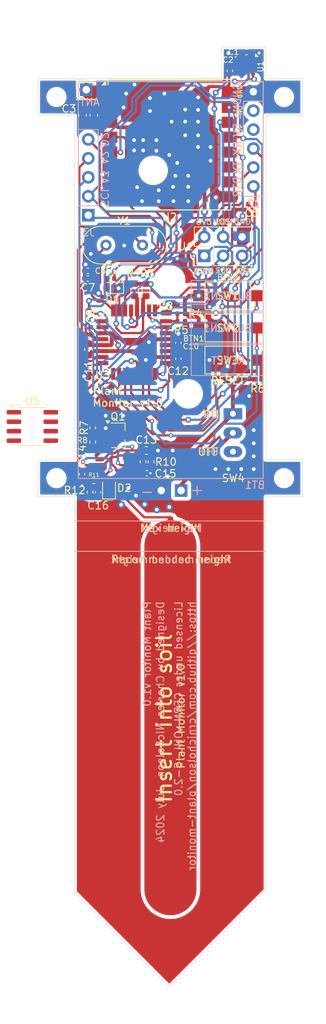
<source format=kicad_pcb>
(kicad_pcb (version 20240108) (generator "pcbnew") (generator_version "8.0")
  (layers (0 "F.Cu" signal) (31 "B.Cu" signal) (34 "B.Paste" user) (35 "F.Paste" user) (36 "B.SilkS" user "B.Silkscreen") (37 "F.SilkS" user "F.Silkscreen") (38 "B.Mask" user) (39 "F.Mask" user) (44 "Edge.Cuts" user))
  (net 0 "")
  (net 1 "Net-(AE1-Pin_1)")
  (net 2 "Net-(BT1-+)")
  (net 3 "GND")
  (net 4 "+3.3V")
  (net 5 "Net-(J2-Pin_6)")
  (net 6 "RESET")
  (net 7 "Net-(U3-AREF)")
  (net 8 "XTAL2")
  (net 9 "XTAL1")
  (net 10 "TRIG")
  (net 11 "SOIL")
  (net 12 "COUT")
  (net 13 "Net-(D1-A)")
  (net 14 "Net-(D2-A)")
  (net 16 "RX")
  (net 17 "+5V")
  (net 18 "TX")
  (net 19 "MOSI")
  (net 20 "SCK")
  (net 21 "MISO")
  (net 22 "SDA")
  (net 23 "SCL")
  (net 24 "Net-(U5-DIS)")
  (net 25 "OUT")
  (net 27 "BUTTON1")
  (net 28 "BUTTON2")
  (net 30 "A3")
  (net 31 "DIO0")
  (net 33 "LORA_RST")
  (net 36 "CS")
  (net 37 "D2")
  (net 38 "A2")
  (net 44 "Net-(Q1-G)")
  (net 45 "Net-(Q1-D)")
  (net 46 "SOIL_FET")
  (net 47 "VOLT")
  (footprint "Package_TO_SOT_SMD:SC-59_Handsoldering" (layer "F.Cu") (at 246.349185 104.7416)
    (property "Reference" "Q1")
    (property "Value" "DMN1019USN-13")
  )
  (footprint "Resistor_SMD:R_0402_1005Metric" (layer "F.Cu") (at 249.717185 108.2936 -90)
    (property "Reference" "R9" (hide yes))
    (property "Value" "1.5 K")
  )
  (footprint "Resistor_SMD:R_0402_1005Metric" (layer "F.Cu") (at 243.115185 110.8336 180)
    (property "Reference" "R11")
    (property "Value" "10 K")
  )
  (footprint "Connector_PinHeader_2.54mm:PinHeader_2x03_P2.54mm_Vertical" (layer "F.Cu") (at 257.9266 80.6754 90)
    (property "Reference" "J1")
    (property "Value" "AT_ISP")
  )
  (footprint "Resistor_SMD:R_0402_1005Metric" (layer "F.Cu") (at 250.789185 108.2956 -90)
    (property "Reference" "R10")
    (property "Value" "330")
  )
  (footprint "Capacitor_SMD:C_0402_1005Metric" (layer "F.Cu") (at 261.366 55.88 90)
    (property "Reference" "C2")
    (property "Value" "100 nF")
  )
  (footprint "Resistor_SMD:R_0402_1005Metric" (layer "F.Cu") (at 242.968185 103.742924 90)
    (property "Reference" "R7")
    (property "Value" "10 K")
  )
  (footprint "Capacitor_SMD:C_0402_1005Metric" (layer "F.Cu") (at 242.6744 90.7288 90)
    (property "Reference" "C9")
    (property "Value" "100 nF")
  )
  (footprint "Package_LGA:Bosch_LGA-8_2.5x2.5mm_P0.65mm_ClockwisePinNumbering" (layer "F.Cu") (at 263.4488 55.3212 -90)
    (property "Reference" "U1")
    (property "Value" "BME280")
  )
  (footprint "Button_Switch_SMD:SW_SPST_CK_RS282G05A3" (layer "F.Cu") (at 261.0866 94.6618 180)
    (property "Reference" "SW3")
    (property "Value" "RESET")
  )
  (footprint "MountingHole:MountingHole_2.2mm_M2" (layer "F.Cu") (at 238.0996 59.3852)
    (property "Reference" "H1" (hide yes))
    (property "Value" "MountingHole")
  )
  (footprint "Resistor_SMD:R_0402_1005Metric" (layer "F.Cu") (at 254.8356 88.4428)
    (property "Reference" "R4")
    (property "Value" "1 M")
  )
  (footprint "Resistor_SMD:R_0402_1005Metric" (layer "F.Cu") (at 245.3405 83.7184)
    (property "Reference" "R2")
    (property "Value" "1 K")
  )
  (footprint "Resistor_SMD:R_0603_1608Metric" (layer "F.Cu") (at 248.5898 85.2556 90)
    (property "Reference" "R1")
    (property "Value" "1.8 K")
  )
  (footprint "Capacitor_SMD:C_0402_1005Metric" (layer "F.Cu") (at 243.688185 112.3836 -90)
    (property "Reference" "C16")
    (property "Value" "1 nF")
  )
  (footprint "Package_SO:SOIC-8_3.9x4.9mm_P1.27mm" (layer "F.Cu") (at 234.8626 103.5558)
    (property "Reference" "U5")
    (property "Value" "TLC555CDR")
  )
  (footprint "Capacitor_SMD:C_0402_1005Metric" (layer "F.Cu") (at 263.58 53.359)
    (property "Reference" "C1")
    (property "Value" "1 uF")
  )
  (footprint "Sensor_Humidity:Soil" (layer "F.Cu") (at 253.3904 119.5832)
    (property "Reference" "C17" (hide yes))
    (property "Value" "Soil")
  )
  (footprint "Resistor_SMD:R_0402_1005Metric" (layer "F.Cu") (at 242.968185 105.647924 -90)
    (property "Reference" "R8")
    (property "Value" "10 K")
  )
  (footprint "MountingHole:MountingHole_2.2mm_M2" (layer "F.Cu") (at 268.6304 59.3852)
    (property "Reference" "H2" (hide yes))
    (property "Value" "MountingHole")
  )
  (footprint "LED_SMD:LED_0603_1608Metric" (layer "F.Cu") (at 245.618 84.9884 180)
    (property "Reference" "D1")
    (property "Value" "LED")
  )
  (footprint "Capacitor_SMD:C_0402_1005Metric" (layer "F.Cu") (at 254.4514 92.3538 90)
    (property "Reference" "C10")
    (property "Value" "100 nF")
  )
  (footprint "Capacitor_SMD:C_0402_1005Metric" (layer "F.Cu") (at 242.316 83.7184 180)
    (property "Reference" "C7")
    (property "Value" "22 pF")
  )
  (footprint "Capacitor_SMD:C_0603_1608Metric" (layer "F.Cu") (at 250.158185 106.7736)
    (property "Reference" "C13")
    (property "Value" "470 pF")
  )
  (footprint "Capacitor_SMD:C_0603_1608Metric" (layer "F.Cu") (at 242.3864 93.218 -90)
    (property "Reference" "C11")
    (property "Value" "10 uF")
  )
  (footprint "Crystal:Crystal_HC18-U_Vertical" (layer "F.Cu") (at 249.6428 79.248 180)
    (property "Reference" "Y1")
    (property "Value" "8MHz")
  )
  (footprint "Capacitor_SMD:C_0603_1608Metric" (layer "F.Cu") (at 241.588 61.836 90)
    (property "Reference" "C3")
    (property "Value" "10 uF")
  )
  (footprint "Resistor_SMD:R_0402_1005Metric" (layer "F.Cu") (at 265.0744 97.2312)
    (property "Reference" "R6")
    (property "Value" "220")
  )
  (footprint "Button_Switch_THT:SW_Slide_SPDT" (layer "F.Cu") (at 261.7724 104.394 -90)
    (property "Reference" "SW4")
    (property "Value" "Power")
  )
  (footprint "Capacitor_SMD:C_0402_1005Metric" (layer "F.Cu") (at 241.522185 109.9486 -90)
    (property "Reference" "C14")
    (property "Value" "100 nF")
  )
  (footprint "Capacitor_SMD:C_0402_1005Metric" (layer "F.Cu") (at 264.3124 73.7616)
    (property "Reference" "C5")
    (property "Value" "100 nF")
  )
  (footprint "Capacitor_SMD:C_0402_1005Metric" (layer "F.Cu") (at 254.4514 94.4848 -90)
    (property "Reference" "C12")
    (property "Value" "100 nF")
  )
  (footprint "Capacitor_SMD:C_0603_1608Metric" (layer "F.Cu") (at 243.112 61.836 90)
    (property "Reference" "C4" (hide yes))
    (property "Value" "100 nF")
  )
  (footprint "Connector_PinHeader_2.54mm:PinHeader_1x01_P2.54mm_Vertical" (layer "F.Cu") (at 242.096 58.407)
    (property "Reference" "AE1" (hide yes))
    (property "Value" "Antenna")
  )
  (footprint "RF_Module:Ai-Thinker-Ra-01-LoRa" (layer "F.Cu") (at 253.272 65.773)
    (property "Reference" "U2")
    (property "Value" "Ra-01")
  )
  (footprint "Package_QFP:TQFP-32_7x7mm_P0.8mm" (layer "F.Cu") (at 248.5164 92.2528)
    (property "Reference" "U3")
    (property "Value" "ATmega328P-A")
  )
  (footprint "Resistor_SMD:R_0603_1608Metric" (layer "F.Cu") (at 250.1138 85.2556 90)
    (property "Reference" "R3")
    (property "Value" "1.8 K")
  )
  (footprint "Diode_SMD:D_MicroMELF" (layer "F.Cu") (at 245.147185 111.8116 90)
    (property "Reference" "D2")
    (property "Value" " MCL103A")
  )
  (footprint "Capacitor_SMD:C_0402_1005Metric" (layer "F.Cu") (at 254.8356 87.4268 180)
    (property "Reference" "C8")
    (property "Value" "1 nF")
  )
  (footprint "MountingHole:MountingHole_2.2mm_M2" (layer "F.Cu") (at 238.0996 110.49)
    (property "Reference" "H3" (hide yes))
    (property "Value" "MountingHole")
  )
  (footprint "Capacitor_SMD:C_0402_1005Metric" (layer "F.Cu") (at 242.316 82.7024)
    (property "Reference" "C6")
    (property "Value" "22 pF")
  )
  (footprint "Button_Switch_SMD:SW_SPST_CK_RS282G05A3" (layer "F.Cu") (at 261.0866 90.3478 180)
    (property "Reference" "SW2")
    (property "Value" "BUTTON1")
  )
  (footprint "Button_Switch_SMD:SW_SPST_CK_RS282G05A3" (layer "F.Cu") (at 261.0866 86.0298 180)
    (property "Reference" "SW1")
    (property "Value" "BUTTON2")
  )
  (footprint "Resistor_SMD:R_0402_1005Metric" (layer "F.Cu") (at 242.607185 112.3556 -90)
    (property "Reference" "R12")
    (property "Value" "1 M")
  )
  (footprint "MountingHole:MountingHole_2.2mm_M2" (layer "F.Cu") (at 268.6304 110.49)
    (property "Reference" "H4" (hide yes))
    (property "Value" "MountingHole")
  )
  (footprint "Resistor_SMD:R_0402_1005Metric" (layer "F.Cu") (at 254.8356 89.4588 180)
    (property "Reference" "R5")
    (property "Value" "1 M")
  )
  (footprint "Capacitor_SMD:C_0402_1005Metric" (layer "F.Cu") (at 250.227185 109.8176)
    (property "Reference" "C15")
    (property "Value" "10 nF")
  )
  (footprint "Connector_PinHeader_2.54mm:PinHeader_1x05_P2.54mm_Vertical" (layer "B.Cu") (at 242.3668 75.2348)
    (property "Reference" "J3")
    (property "Value" "GPIO")
  )
  (footprint "Connector_PinHeader_2.54mm:PinHeader_1x06_P2.54mm_Vertical" (layer "B.Cu") (at 264.5156 58.674 180)
    (property "Reference" "J2")
    (property "Value" "FTDI")
  )
  (footprint "Battery:BatteryHolder_Keystone_2469_2xAAA" (layer "B.Cu") (at 259.779 107.825 90)
    (property "Reference" "BT1")
    (property "Value" "Battery")
  )
  (gr_line (start 256.1844 92.6084) (end 256.1844 96.7232) (stroke (width 0.1)) (layer "B.SilkS"))
  (gr_line (start 256.1844 88.2904) (end 256.1844 92.4052) (stroke (width 0.1)) (layer "B.SilkS"))
  (gr_line (start 265.7856 88.2904) (end 256.1844 88.2904) (stroke (width 0.1)) (layer "B.SilkS"))
  (gr_line (start 265.8364 83.9724) (end 256.1844 83.9724) (stroke (width 0.1)) (layer "B.SilkS"))
  (gr_line (start 256.1844 96.7232) (end 265.8364 96.7232) (stroke (width 0.1)) (layer "B.SilkS"))
  (gr_line (start 266.192 120.2944) (end 240.538 120.2944) (stroke (width 0.1)) (layer "B.SilkS"))
  (gr_line (start 240.538 116.2304) (end 266.192 116.2304) (stroke (width 0.1)) (layer "B.SilkS"))
  (gr_line (start 265.8364 92.6084) (end 256.1844 92.6084) (stroke (width 0.1)) (layer "B.SilkS"))
  (gr_line (start 256.1844 88.0872) (end 265.8364 88.0872) (stroke (width 0.1)) (layer "B.SilkS"))
  (gr_line (start 256.1844 83.9724) (end 256.1844 88.0872) (stroke (width 0.1)) (layer "B.SilkS"))
  (gr_line (start 256.1844 92.4052) (end 265.8364 92.4052) (stroke (width 0.1)) (layer "B.SilkS"))
  (gr_line (start 240.538 120.2944) (end 266.192 120.2944) (stroke (width 0.1)) (layer "F.SilkS"))
  (gr_line (start 240.538 116.2304) (end 266.192 116.2304) (stroke (width 0.1)) (layer "F.SilkS"))
  (gr_line (start 235.6104 112.9792) (end 235.6104 108.0008) (stroke (width 0.05)) (layer "Edge.Cuts"))
  (gr_line (start 271.1196 108.0008) (end 271.1196 112.9792) (stroke (width 0.05)) (layer "Edge.Cuts"))
  (gr_line (start 235.6104 61.8744) (end 235.6104 56.896) (stroke (width 0.05)) (layer "Edge.Cuts"))
  (gr_line (start 266.192 52.6796) (end 266.192 56.896) (stroke (width 0.05)) (layer "Edge.Cuts"))
  (gr_line (start 240.538 112.9792) (end 235.6104 112.9792) (stroke (width 0.05)) (layer "Edge.Cuts"))
  (gr_line (start 240.538 61.8744) (end 235.6104 61.8744) (stroke (width 0.05)) (layer "Edge.Cuts"))
  (gr_line (start 266.192 61.8744) (end 266.192 108.0008) (stroke (width 0.05)) (layer "Edge.Cuts"))
  (gr_line (start 266.192 108.0008) (end 271.1196 108.0008) (stroke (width 0.05)) (layer "Edge.Cuts"))
  (gr_line (start 266.192 56.896) (end 271.1196 56.896) (stroke (width 0.05)) (layer "Edge.Cuts"))
  (gr_line (start 235.6104 108.0008) (end 240.538 108.0008) (stroke (width 0.05)) (layer "Edge.Cuts"))
  (gr_line (start 260.2484 52.6796) (end 260.2484 56.896) (stroke (width 0.05)) (layer "Edge.Cuts"))
  (gr_line (start 266.192 112.9792) (end 266.192 165.735) (stroke (width 0.05)) (layer "Edge.Cuts"))
  (gr_line (start 240.538 165.989) (end 240.538 112.9792) (stroke (width 0.05)) (layer "Edge.Cuts"))
  (gr_line (start 271.1196 61.8744) (end 266.192 61.8744) (stroke (width 0.05)) (layer "Edge.Cuts"))
  (gr_line (start 271.1196 112.9792) (end 266.192 112.9792) (stroke (width 0.05)) (layer "Edge.Cuts"))
  (gr_line (start 253.238 178.689) (end 240.538 165.989) (stroke (width 0.05)) (layer "Edge.Cuts"))
  (gr_line (start 260.2484 56.896) (end 240.538 56.896) (stroke (width 0.05)) (layer "Edge.Cuts"))
  (gr_line (start 235.6104 56.896) (end 240.538 56.896) (stroke (width 0.05)) (layer "Edge.Cuts"))
  (gr_line (start 271.1196 56.896) (end 271.1196 61.8744) (stroke (width 0.05)) (layer "Edge.Cuts"))
  (gr_line (start 266.192 165.735) (end 253.238 178.689) (stroke (width 0.05)) (layer "Edge.Cuts"))
  (gr_line (start 240.538 108.0008) (end 240.538 61.8744) (stroke (width 0.05)) (layer "Edge.Cuts"))
  (gr_line (start 266.192 52.6796) (end 260.2484 52.6796) (stroke (width 0.05)) (layer "Edge.Cuts"))
  (gr_text "DTR" (at 262.9408 69.9516 90) (layer "B.SilkS") (effects (font (size 1 1)) (justify left bottom mirror)))
  (gr_text "SCL" (at 243.9416 74.2188 270) (layer "B.SilkS") (effects (font (size 1 1)) (justify left bottom mirror)))
  (gr_text "5V" (at 262.9408 62.7888 90) (layer "B.SilkS") (effects (font (size 1 1)) (justify left bottom mirror)))
  (gr_text "GND" (at 262.9408 57.3532 90) (layer "B.SilkS") (effects (font (size 1 1)) (justify left bottom mirror)))
  (gr_text "Designed by Charles Nicholson, July 2024" (at 252.6284 126.8984 90) (layer "B.SilkS") (effects (font (size 1 1)) (justify left bottom mirror)))
  (gr_text "Recommended height" (at 261.6708 121.9708 -0) (layer "B.SilkS") (effects (font (size 1 1)) (justify left bottom mirror)))
  (gr_text "Licensed under CERN-OHL-S-2.0" (at 255.0668 126.8984 90) (layer "B.SilkS") (effects (font (size 1 1) (thickness 0.15) (bold yes)) (justify left bottom mirror)))
  (gr_text "BUTTON2" (at 264.5156 86.6648 0) (layer "B.SilkS") (effects (font (size 1 1)) (justify left bottom mirror)))
  (gr_text "A3" (at 243.9416 71.12 270) (layer "B.SilkS") (effects (font (size 1 1)) (justify left bottom mirror)))
  (gr_text "ON" (at 259.9436 102.5144 0) (layer "B.SilkS") (effects (font (size 1 1)) (justify left bottom mirror)))
  (gr_text "Plant Monitor v1.0" (at 250.8504 126.8984 90) (layer "B.SilkS") (effects (font (size 1 1)) (justify left bottom mirror)))
  (gr_text "OFF\n" (at 259.9436 107.5436 0) (layer "B.SilkS") (effects (font (size 1 1)) (justify left bottom mirror)))
  (gr_text "A2" (at 243.9416 68.5292 270) (layer "B.SilkS") (effects (font (size 1 1)) (justify left bottom mirror)))
  (gr_text "RST" (at 264.1092 83.2104 0) (layer "B.SilkS") (effects (font (size 0.75 0.75) (thickness 0.12)) (justify left bottom mirror)))
  (gr_text "SCK" (at 261.62 83.2104 0) (layer "B.SilkS") (effects (font (size 0.75 0.75) (thickness 0.12)) (justify left bottom mirror)))
  (gr_text "D2" (at 243.9416 66.1416 270) (layer "B.SilkS") (effects (font (size 1 1)) (justify left bottom mirror)))
  (gr_text "MOSI" (at 261.8232 76.5556 0) (layer "B.SilkS") (effects (font (size 0.75 0.75) (thickness 0.12)) (justify left bottom mirror)))
  (gr_text "ANT" (at 243.9924 60.6552 0) (layer "B.SilkS") (effects (font (size 1 1)) (justify left bottom mirror)))
  (gr_text "Max height" (at 257.7592 117.7544 -0) (layer "B.SilkS") (effects (font (size 1 1)) (justify left bottom mirror)))
  (gr_text "TX" (at 262.9408 67.8688 90) (layer "B.SilkS") (effects (font (size 1 1)) (justify left bottom mirror)))
  (gr_text "RESET" (at 263.4996 95.3516 0) (layer "B.SilkS") (effects (font (size 1 1)) (justify left bottom mirror)))
  (gr_text "MISO" (at 259.2832 83.2104 0) (layer "B.SilkS") (effects (font (size 0.75 0.75) (thickness 0.12)) (justify left bottom mirror)))
  (gr_text "GND" (at 264.2616 76.5556 0) (layer "B.SilkS") (effects (font (size 0.75 0.75) (thickness 0.12)) (justify left bottom mirror)))
  (gr_text "BUTTON1" (at 264.4648 90.9828 0) (layer "B.SilkS") (effects (font (size 1 1)) (justify left bottom mirror)))
  (gr_text "https://github.com/crnicholson/plant-monitor" (at 256.8448 126.8984 90) (layer "B.SilkS") (effects (font (size 1 1)) (justify left bottom mirror)))
  (gr_text "RX" (at 262.9408 65.1764 90) (layer "B.SilkS") (effects (font (size 1 1)) (justify left bottom mirror)))
  (gr_text "3V3" (at 258.9784 76.5556 0) (layer "B.SilkS") (effects (font (size 0.75 0.75) (thickness 0.12)) (justify left bottom mirror)))
  (gr_text "NC" (at 262.9408 60.2996 90) (layer "B.SilkS") (effects (font (size 1 1)) (justify left bottom mirror)))
  (gr_text "BTN2" (at 259.588 83.9724 0) (layer "F.SilkS") (effects (font (size 0.75 0.75) (thickness 0.12)) (justify left bottom)))
  (gr_text "MISO" (at 256.4384 83.2104 0) (layer "F.SilkS") (effects (font (size 0.75 0.75) (thickness 0.12)) (justify left bottom)))
  (gr_text "Insert into soil" (at 253.7206 154.204 90) (layer "F.SilkS") (effects (font (size 2 2) (thickness 0.3)) (justify left bottom)))
  (gr_text "MOSI" (at 258.9784 76.5556 0) (layer "F.SilkS") (effects (font (size 0.75 0.75) (thickness 0.12)) (justify left bottom)))
  (gr_text "3V3" (at 256.794 76.5556 -0) (layer "F.SilkS") (effects (font (size 0.75 0.75) (thickness 0.12)) (justify left bottom)))
  (gr_text "ON" (at 257.7592 102.5144 0) (layer "F.SilkS") (effects (font (size 1 1)) (justify left bottom)))
  (gr_text "Plant Monitor v1.0" (at 255.3716 149.5304 90) (layer "F.SilkS") (effects (font (size 1 1)) (justify left bottom)))
  (gr_text "Recommended height" (at 245.3386 121.9454 0) (layer "F.SilkS") (effects (font (size 1 1)) (justify left bottom)))
  (gr_text "Plant \nMonitor v1.0" (at 242.8748 100.9904 0) (layer "F.SilkS") (effects (font (size 1 1)) (justify left bottom)))
  (gr_text "DTR" (at 263.0932 72.2376 90) (layer "F.SilkS") (effects (font (size 0.6 0.6) (thickness 0.1)) (justify left bottom)))
  (gr_text "OFF" (at 256.9972 107.5436 0) (layer "F.SilkS") (effects (font (size 1 1)) (justify left bottom)))
  (gr_text "Max height" (at 249.2121 117.7544 0) (layer "F.SilkS") (effects (font (size 1 1)) (justify left bottom)))
  (gr_text "TX" (at 263.0932 69.3928 90) (layer "F.SilkS") (effects (font (size 0.6 0.6) (thickness 0.1)) (justify left bottom)))
  (gr_text "SCK" (at 259.3848 83.0072 0) (layer "F.SilkS") (effects (font (size 0.66 0.66) (thickness 0.1)) (justify left bottom)))
  (gr_text "5V" (at 263.0932 64.3128 90) (layer "F.SilkS") (effects (font (size 0.6 0.6) (thickness 0.1)) (justify left bottom)))
  (gr_text "RESET" (at 258.7244 97.9932 0) (layer "F.SilkS") (effects (font (size 1 1)) (justify left bottom)))
  (gr_text "NC" (at 263.0932 61.8744 90) (layer "F.SilkS") (effects (font (size 0.6 0.6) (thickness 0.1)) (justify left bottom)))
  (gr_text "RST" (at 262.2804 83.2104 0) (layer "F.SilkS") (effects (font (size 0.75 0.75) (thickness 0.12)) (justify left bottom)))
  (gr_text "RX" (at 263.0932 66.9036 90) (layer "F.SilkS") (effects (font (size 0.6 0.6) (thickness 0.1)) (justify left bottom)))
  (gr_text "BTN1" (at 255.016 92.202 0) (layer "F.SilkS") (effects (font (size 0.75 0.75) (thickness 0.12)) (justify left bottom)))
  (gr_text "GND" (at 263.0932 59.6392 90) (layer "F.SilkS") (effects (font (size 0.6 0.6) (thickness 0.1)) (justify left bottom)))
  (gr_text "GND" (at 261.8232 76.5556 0) (layer "F.SilkS") (effects (font (size 0.75 0.75) (thickness 0.12)) (justify left bottom)))
  (segment (start 245.272 58.773) (end 242.462 58.773) (width 1.84904) (layer "F.Cu") (net 1))
  (segment (start 242.462 58.773) (end 242.096 58.407) (width 1.84904) (layer "F.Cu") (net 1))
  (segment (start 261.7634 104.412) (end 254.826 111.3494) (width 0.5) (layer "F.Cu") (net 2))
  (segment (start 254.826 111.3494) (end 254.826 112.143) (width 0.5) (layer "F.Cu") (net 2))
  (segment (start 256.139327 83.135149) (end 256.139327 83.488702) (width 0.5) (layer "F.Cu") (net 3))
  (segment (start 254.4514 94.0048) (end 254.761399 94.0048) (width 0.3) (layer "F.Cu") (net 3))
  (segment (start 241.836 82.7024) (end 241.836 81.9632) (width 0.3) (layer "F.Cu") (net 3))
  (segment (start 264.06 54.155106) (end 264.251094 54.3462) (width 0.3) (layer "F.Cu") (net 3))
  (segment (start 257.208 94.6404) (end 257.1866 94.6618) (width 0.5) (layer "F.Cu") (net 3))
  (segment (start 242.968185 103.232924) (end 244.140509 103.232924) (width 0.5) (layer "F.Cu") (net 3))
  (segment (start 246.4055 85.0645) (end 246.0752 85.3948) (width 0.3) (layer "F.Cu") (net 3))
  (segment (start 241.836 83.7184) (end 241.836 82.7024) (width 0.3) (layer "F.Cu") (net 3))
  (segment (start 261.261118 74.473) (end 263.395534 74.473) (width 0.5) (layer "F.Cu") (net 3))
  (segment (start 259.376349 76.357769) (end 259.506518 76.2276) (width 0.5) (layer "F.Cu") (net 3))
  (segment (start 246.434991 85.29447) (end 246.434991 85.017891) (width 0.5) (layer "F.Cu") (net 3))
  (segment (start 261.272 56.454) (end 261.272 58.773) (width 0.3) (layer "F.Cu") (net 3))
  (segment (start 244.140509 103.232924) (end 244.699185 103.7916) (width 0.5) (layer "F.Cu") (net 3))
  (segment (start 241.836 81.9632) (end 241.9604 81.8388) (width 0.3) (layer "F.Cu") (net 3))
  (segment (start 255.075798 81.277942) (end 254.532742 81.277942) (width 0.5) (layer "F.Cu") (net 3))
  (segment (start 258.6228 94.6404) (end 257.208 94.6404) (width 0.5) (layer "F.Cu") (net 3))
  (segment (start 261.1978 72.8472) (end 261.272 72.773) (width 0.5) (layer "F.Cu") (net 3))
  (segment (start 243.688185 111.9036) (end 242.665185 111.9036) (width 0.3) (layer "F.Cu") (net 3))
  (segment (start 256.139327 83.488702) (end 256.695825 84.0452) (width 0.5) (layer "F.Cu") (net 3))
  (segment (start 254.761399 91.8738) (end 254.4514 91.8738) (width 0.3) (layer "F.Cu") (net 3))
  (segment (start 251.706 106.7736) (end 251.714 106.7816) (width 0.3) (layer "F.Cu") (net 3))
  (segment (start 241.588 61.061) (end 244.984 61.061) (width 0.5) (layer "F.Cu") (net 3))
  (segment (start 254.532742 81.277942) (end 254.3048 81.05) (width 0.5) (layer "F.Cu") (net 3))
  (segment (start 255.4266 82.422422) (end 256.139327 83.135149) (width 0.5) (layer "F.Cu") (net 3))
  (segment (start 264.251094 54.3462) (end 264.4738 54.3462) (width 0.3) (layer "F.Cu") (net 3))
  (segment (start 258.6228 87.5284) (end 258.6228 94.6404) (width 0.5) (layer "F.Cu") (net 3))
  (segment (start 259.376349 76.357769) (end 261.261118 74.473) (width 0.5) (layer "F.Cu") (net 3))
  (segment (start 258.6482 87.503) (end 258.6228 87.5284) (width 0.5) (layer "F.Cu") (net 3))
  (segment (start 263.9432 77.1988) (end 263.0066 78.1354) (width 0.5) (layer "F.Cu") (net 3))
  (segment (start 255.4266 81.628743) (end 255.4266 82.422422) (width 0.5) (layer "F.Cu") (net 3))
  (segment (start 255.075798 79.035802) (end 255.075798 81.277942) (width 0.5) (layer "F.Cu") (net 3))
  (segment (start 251.2422 92.202) (end 247.124882 92.202) (width 0.5) (layer "F.Cu") (net 3))
  (segment (start 245.4414 92.6528) (end 245.5164 92.5778) (width 0.5) (layer "F.Cu") (net 3))
  (segment (start 259.3628 84.0452) (end 259.3848 84.0232) (width 0.5) (layer "F.Cu") (net 3))
  (segment (start 263.5255 54.3462) (end 264.4738 54.3462) (width 0.3) (layer "F.Cu") (net 3))
  (segment (start 245.4414 91.0528) (end 244.2664 91.0528) (width 0.5) (layer "F.Cu") (net 3))
  (segment (start 255.1114 92.223801) (end 254.761399 91.8738) (width 0.3) (layer "F.Cu") (net 3))
  (segment (start 253.6056 87.4268) (end 253.4412 87.5912) (width 0.5) (layer "F.Cu") (net 3))
  (segment (start 259.506518 76.2276) (end 257.884 76.2276) (width 0.5) (layer "F.Cu") (net 3))
  (segment (start 252.7874 91.8738) (end 252.7664 91.8528) (width 0.5) (layer "F.Cu") (net 3))
  (segment (start 257.0988 59.436) (end 258.5392 57.9956) (width 0.4) (layer "F.Cu") (net 3))
  (segment (start 244.2664 92.6528) (end 245.4414 92.6528) (width 0.5) (layer "F.Cu") (net 3))
  (segment (start 242.6744 90.2488) (end 243.4784 91.0528) (width 0.2) (layer "F.Cu") (net 3))
  (segment (start 255.1114 93.654799) (end 255.1114 92.223801) (width 0.3) (layer "F.Cu") (net 3))
  (segment (start 244.243492 86.2076) (end 245.521861 86.2076) (width 0.5) (layer "F.Cu") (net 3))
  (segment (start 256.695825 84.0452) (end 259.3628 84.0452) (width 0.5) (layer "F.Cu") (net 3))
  (segment (start 247.124882 92.202) (end 246.616882 91.694) (width 0.5) (layer "F.Cu") (net 3))
  (segment (start 254.3556 87.4268) (end 253.6056 87.4268) (width 0.5) (layer "F.Cu") (net 3))
  (segment (start 262.4238 54.9962) (end 262.8755 54.9962) (width 0.3) (layer "F.Cu") (net 3))
  (segment (start 245.5164 91.1278) (end 245.4414 91.0528) (width 0.5) (layer "F.Cu") (net 3))
  (segment (start 246.434991 85.017891) (end 246.4055 84.9884) (width 0.3) (layer "F.Cu") (net 3))
  (segment (start 262.8755 54.9962) (end 263.5255 54.3462) (width 0.3) (layer "F.Cu") (net 3))
  (segment (start 262.36 56.36) (end 261.366 56.36) (width 0.3) (layer "F.Cu") (net 3))
  (segment (start 243.4784 91.0528) (end 244.2664 91.0528) (width 0.2) (layer "F.Cu") (net 3))
  (segment (start 258.5392 57.9956) (end 260.4946 57.9956) (width 0.4) (layer "F.Cu") (net 3))
  (segment (start 257.884 76.2276) (end 255.075798 79.035802) (width 0.5) (layer "F.Cu") (net 3))
  (segment (start 251.428185 106.7736) (end 251.706 106.7736) (width 0.3) (layer "F.Cu") (net 3))
  (segment (start 251.5914 91.8528) (end 251.2422 92.202) (width 0.5) (layer "F.Cu") (net 3))
  (segment (start 263.395534 74.473) (end 263.9432 75.020666) (width 0.5) (layer "F.Cu") (net 3))
  (segment (start 260.4946 57.9956) (end 261.272 58.773) (width 0.4) (layer "F.Cu") (net 3))
  (segment (start 265.2776 53.4924) (end 265.2776 53.5424) (width 0.3) (layer "F.Cu") (net 3))
  (segment (start 255.075798 81.277942) (end 255.4266 81.628743) (width 0.5) (layer "F.Cu") (net 3))
  (segment (start 262.4238 56.2962) (end 262.36 56.36) (width 0.3) (layer "F.Cu") (net 3))
  (segment (start 259.4864 72.8472) (end 261.1978 72.8472) (width 0.5) (layer "F.Cu") (net 3))
  (segment (start 242.3864 92.443) (end 242.5962 92.6528) (width 0.5) (layer "F.Cu") (net 3))
  (segment (start 254.4514 91.141) (end 254.4572 91.1352) (width 0.5) (layer "F.Cu") (net 3))
  (segment (start 247.0912 60.773) (end 245.272 60.773) (width 0.5) (layer "F.Cu") (net 3))
  (segment (start 245.5164 92.5778) (end 245.5164 91.1278) (width 0.5) (layer "F.Cu") (net 3))
  (segment (start 254.4514 91.8738) (end 252.7874 91.8738) (width 0.5) (layer "F.Cu") (net 3))
  (segment (start 263.9432 75.020666) (end 263.9432 77.1988) (width 0.5) (layer "F.Cu") (net 3))
  (segment (start 245.521861 86.2076) (end 246.434991 85.29447) (width 0.5) (layer "F.Cu") (net 3))
  (segment (start 241.522185 110.4286) (end 241.522185 111.4726) (width 0.3) (layer "F.Cu") (net 3))
  (segment (start 252.7664 91.8528) (end 251.5914 91.8528) (width 0.5) (layer "F.Cu") (net 3))
  (segment (start 243.734991 85.699099) (end 244.243492 86.2076) (width 0.5) (layer "F.Cu") (net 3))
  (segment (start 242.5962 92.6528) (end 244.2664 92.6528) (width 0.5) (layer "F.Cu") (net 3))
  (segment (start 251.428185 106.7736) (end 250.638185 106.7736) (width 0.3) (layer "F.Cu") (net 3))
  (segment (start 244.984 61.061) (end 245.272 60.773) (width 0.5) (layer "F.Cu") (net 3))
  (segment (start 241.522185 110.7606) (end 241.522185 110.4286) (width 0.3) (layer "F.Cu") (net 3))
  (segment (start 254.761399 94.0048) (end 255.1114 93.654799) (width 0.3) (layer "F.Cu") (net 3))
  (segment (start 246.4055 84.9884) (end 246.4055 85.0645) (width 0.3) (layer "F.Cu") (net 3))
  (segment (start 242.665185 111.9036) (end 242.607185 111.8456) (width 0.3) (layer "F.Cu") (net 3))
  (segment (start 242.607185 111.8456) (end 241.522185 110.7606) (width 0.3) (layer "F.Cu") (net 3))
  (segment (start 265.2776 53.5424) (end 264.4738 54.3462) (width 0.3) (layer "F.Cu") (net 3))
  (segment (start 246.616882 91.694) (end 245.5164 91.694) (width 0.5) (layer "F.Cu") (net 3))
  (segment (start 245.5164 91.694) (end 245.5164 91.1278) (width 0.5) (layer "F.Cu") (net 3))
  (segment (start 261.366 56.36) (end 261.272 56.454) (width 0.3) (layer "F.Cu") (net 3))
  (segment (start 264.06 53.359) (end 264.06 54.155106) (width 0.3) (layer "F.Cu") (net 3))
  (segment (start 242.721956 90.296356) (end 242.6744 90.2488) (width 0.4) (layer "F.Cu") (net 3))
  (segment (start 254.4514 91.8738) (end 254.4514 91.141) (width 0.5) (layer "F.Cu") (net 3))
  (via (at 258.6482 87.503) (size 0.8) (drill 0.4) (layers "F.Cu" "B.Cu") (net 3))
  (via (at 244.7036 102.108) (size 1) (drill 0.5) (layers "F.Cu" "B.Cu") (net 3))
  (via (at 257.0988 59.436) (size 1) (drill 0.5) (layers "F.Cu" "B.Cu") (net 3))
  (via (at 259.4356 109.2708) (size 1) (drill 0.5) (layers "F.Cu" "B.Cu") (net 3))
  (via (at 248.92 71.4756) (size 1) (drill 0.5) (layers "F.Cu" "B.Cu") (net 3))
  (via (at 252.5776 58.928) (size 1) (drill 0.5) (layers "F.Cu" "B.Cu") (net 3))
  (via (at 258.7752 67.9196) (size 1) (drill 0.5) (layers "F.Cu" "B.Cu") (net 3))
  (via (at 251.5108 65.1764) (size 1) (drill 0.5) (layers "F.Cu" "B.Cu") (net 3))
  (via (at 249.7328 66.548) (size 1) (drill 0.5) (layers "F.Cu" "B.Cu") (net 3))
  (via (at 241.808 96.8248) (size 1) (drill 0.5) (layers "F.Cu" "B.Cu") (net 3))
  (via (at 255.3716 61.0616) (size 1) (drill 0.5) (layers "F.Cu" "B.Cu") (net 3))
  (via (at 255.778 71.4248) (size 1) (drill 0.5) (layers "F.Cu" "B.Cu") (net 3))
  (via (at 259.3848 84.0232) (size 0.8) (drill 0.4) (layers "F.Cu" "B.Cu") (net 3))
  (via (at 258.7752 66.0908) (size 1) (drill 0.5) (layers "F.Cu" "B.Cu") (net 3))
  (via (at 253.238 114.3508) (size 1) (drill 0.5) (layers "F.Cu" "B.Cu") (net 3))
  (via (at 253.4412 87.5912) (size 0.8) (drill 0.4) (layers "F.Cu" "B.Cu") (net 3))
  (via (at 250.4948 92.2528) (size 1) (drill 0.5) (layers "F.Cu" "B.Cu") (net 3))
  (via (at 253.0348 110.236) (size 1) (drill 0.5) (layers "F.Cu" "B.Cu") (net 3))
  (via (at 248.5136 66.548) (size 1) (drill 0.5) (layers "F.Cu" "B.Cu") (net 3))
  (via (at 264.5664 107.5436) (size 1) (drill 0.5) (layers "F.Cu" "B.Cu") (net 3))
  (via (at 253.746 71.4248) (size 1) (drill 0.5) (layers "F.Cu" "B.Cu") (net 3))
  (via (at 241.522185 111.4726) (size 0.6) (drill 0.3) (layers "F.Cu" "B.Cu") (net 3))
  (via (at 247.0912 60.773) (size 1) (drill 0.5) (layers "F.Cu" "B.Cu") (net 3))
  (via (at 250.6472 59.5376) (size 1) (drill 0.5) (layers "F.Cu" "B.Cu") (net 3))
  (via (at 257.0988 66.0908) (size 1) (drill 0.5) (layers "F.Cu" "B.Cu") (net 3))
  (via (at 250.6472 61.2648) (size 1) (drill 0.5) (layers "F.Cu" "B.Cu") (net 3))
  (via (at 264.5664 109.2708) (size 1) (drill 0.5) (layers "F.Cu" "B.Cu") (net 3))
  (via (at 257.0988 64.516) (size 1) (drill 0.5) (layers "F.Cu" "B.Cu") (net 3))
  (via (at 255.3716 64.516) (size 1) (drill 0.5) (layers "F.Cu" "B.Cu") (net 3))
  (via (at 260.2992 82.55) (size 0.8) (drill 0.4) (layers "F.Cu" "B.Cu") (net 3))
  (via (at 261.1628 53.4924) (size 1) (drill 0.5) (layers "F.Cu" "B.Cu") (net 3))
  (via (at 250.707185 109.8176) (size 0.6) (drill 0.3) (layers "F.Cu" "B.Cu") (net 3))
  (via (at 254.3048 68.2244) (size 1) (drill 0.5) (layers "F.Cu" "B.Cu") (net 3))
  (via (at 261.1628 109.2708) (size 1) (drill 0.5) (layers "F.Cu" "B.Cu") (net 3))
  (via (at 249.936 113.9952) (size 1) (drill 0.5) (layers "F.Cu" "B.Cu") (net 3))
  (via (at 249.7328 65.1764) (size 1) (drill 0.5) (layers "F.Cu" "B.Cu") (net 3))
  (via (at 247.1928 79.2988) (size 1) (drill 0.5) (layers "F.Cu" "B.Cu") (net 3))
  (via (at 247.4468 58.928) (size 1) (drill 0.5) (layers "F.Cu" "B.Cu") (net 3))
  (via (at 246.434991 85.017891) (size 1) (drill 0.5) (layers "F.Cu" "B.Cu") (net 3))
  (via (at 244.699185 103.7916) (size 1) (drill 0.5) (layers "F.Cu" "B.Cu") (net 3))
  (via (at 253.238 67.1576) (size 1) (drill 0.5) (layers "F.Cu" "B.Cu") (net 3))
  (via (at 264.5664 104.0384) (size 1) (drill 0.5) (layers "F.Cu" "B.Cu") (net 3))
  (via (at 248.5136 65.1764) (size 1) (drill 0.5) (layers "F.Cu" "B.Cu") (net 3))
  (via (at 247.0404 102.108) (size 1) (drill 0.5) (layers "F.Cu" "B.Cu") (net 3))
  (via (at 255.778 69.9516) (size 1) (drill 0.5) (layers "F.Cu" "B.Cu") (net 3))
  (via (at 254.4572 91.1352) (size 1) (drill 0.5) (layers "F.Cu" "B.Cu") (net 3))
  (via (at 253.7968 73.3552) (size 1) (drill 0.5) (layers "F.Cu" "B.Cu") (net 3))
  (via (at 254.0508 69.9516) (size 1) (drill 0.5) (layers "F.Cu" "B.Cu") (net 3))
  (via (at 246.7864 114.046) (size 1) (drill 0.5) (layers "F.Cu" "B.Cu") (net 3))
  (via (at 263.9568 99.4664) (size 1) (drill 0.5) (layers "F.Cu" "B.Cu") (net 3))
  (via (at 242.7224 80.4164) (size 1) (drill 0.5) (layers "F.Cu" "B.Cu") (net 3))
  (via (at 251.8156 71.882) (size 1) (drill 0.5) (layers "F.Cu" "B.Cu") (net 3))
  (via (at 261.0612 95.504) (size 1) (drill 0.5) (layers "F.Cu" "B.Cu") (net 3))
  (via (at 242.0168 81.8388) (size 1) (drill 0.5) (layers "F.Cu" "B.Cu") (net 3))
  (via (at 253.6952 106.7816) (size 1) (drill 0.5) (layers "F.Cu" "B.Cu") (net 3))
  (via (at 248.5644 57.7088) (size 1) (drill 0.5) (layers "F.Cu" "B.Cu") (net 3))
  (via (at 258.6228 94.6404) (size 1) (drill 0.5) (layers "F.Cu" "B.Cu") (net 3))
  (via (at 245.2624 98.8568) (size 1) (drill 0.5) (layers "F.Cu" "B.Cu") (net 3))
  (via (at 264.5664 105.8164) (size 1) (drill 0.5) (layers "F.Cu" "B.Cu") (net 3))
  (via (at 251.5108 66.5988) (size 1) (drill 0.5) (layers "F.Cu" "B.Cu") (net 3))
  (via (at 249.5804 73.3552) (size 1) (drill 0.5) (layers "F.Cu" "B.Cu") (net 3))
  (via (at 265.2776 53.4924) (size 0.8) (drill 0.4) (layers "F.Cu" "B.Cu") (net 3))
  (via (at 253.5428 62.6872) (size 1) (drill 0.5) (layers "F.Cu" "B.Cu") (net 3))
  (via (at 243.734991 85.699099) (size 1) (drill 0.5) (layers "F.Cu" "B.Cu") (net 3))
  (via (at 262.89 109.2708) (size 1) (drill 0.5) (layers "F.Cu" "B.Cu") (net 3))
  (via (at 251.714 106.7816) (size 1) (drill 0.5) (layers "F.Cu" "B.Cu") (net 3))
  (via (at 251.5616 114.7064) (size 1) (drill 0.5) (layers "F.Cu" "B.Cu") (net 3))
  (via (at 257.0988 62.6872) (size 1) (drill 0.5) (layers "F.Cu" "B.Cu") (net 3))
  (via (at 251.8156 73.3552) (size 1) (drill 0.5) (layers "F.Cu" "B.Cu") (net 3))
  (via (at 259.376349 76.357769) (size 1) (drill 0.5) (layers "F.Cu" "B.Cu") (net 3))
  (via (at 255.3716 62.6872) (size 1) (drill 0.5) (layers "F.Cu" "B.Cu") (net 3))
  (via (at 257.0988 61.1124) (size 1) (drill 0.5) (layers "F.Cu" "B.Cu") (net 3))
  (via (at 254.3048 81.05) (size 0.8) (drill 0.4) (layers "F.Cu" "B.Cu") (net 3))
  (via (at 255.778 73.3552) (size 1) (drill 0.5) (layers "F.Cu" "B.Cu") (net 3))
  (via (at 248.7676 112.8268) (size 1) (drill 0.5) (layers "F.Cu" "B.Cu") (net 3))
  (via (at 247.7516 111.8108) (size 1) (drill 0.5) (layers "F.Cu" "B.Cu") (net 3))
  (via (at 250.0884 94.6404) (size 1) (drill 0.5) (layers "F.Cu" "B.Cu") (net 3))
  (via (at 259.4864 72.8472) (size 1) (drill 0.5) (layers "F.Cu" "B.Cu") (net 3))
  (segment (start 259.3848 84.0232) (end 259.3848 86.7664) (width 0.5) (layer "B.Cu") (net 3))
  (segment (start 265.684 57.5056) (end 264.5156 58.674) (width 0.3) (layer "B.Cu") (net 3))
  (segment (start 243.734991 85.699099) (end 241.9604 83.924508) (width 0.5) (layer "B.Cu") (net 3))
  (segment (start 258.56 87.5912) (end 253.4412 87.5912) (width 0.3) (layer "B.Cu") (net 3))
  (segment (start 256.8956 101.8032) (end 250.3932 101.8032) (width 0.5) (layer "B.Cu") (net 3))
  (segment (start 249.5296 102.6668) (end 249.5296 110.4392) (width 0.5) (layer "B.Cu") (net 3))
  (segment (start 259.376349 76.357769) (end 259.376349 74.848046) (width 0.5) (layer "B.Cu") (net 3))
  (segment (start 258.8768 74.348497) (end 258.8768 73.4568) (width 0.5) (layer "B.Cu") (net 3))
  (segment (start 259.376349 74.848046) (end 258.8768 74.348497) (width 0.5) (layer "B.Cu") (net 3))
  (segment (start 250.3932 101.8032) (end 249.5296 102.6668) (width 0.5) (layer "B.Cu") (net 3))
  (segment (start 251.2334 112.143) (end 252.159 112.143) (width 0.5) (layer "B.Cu") (net 3))
  (segment (start 258.6228 100.076) (end 256.8956 101.8032) (width 0.5) (layer "B.Cu") (net 3))
  (segment (start 241.9604 83.924508) (end 241.9604 81.8388) (width 0.5) (layer "B.Cu") (net 3))
  (segment (start 258.8768 73.4568) (end 259.4864 72.8472) (width 0.5) (layer "B.Cu") (net 3))
  (segment (start 257.556 90.7288) (end 258.6228 91.7956) (width 0.5) (layer "B.Cu") (net 3))
  (segment (start 258.6482 87.503) (end 258.56 87.5912) (width 0.3) (layer "B.Cu") (net 3))
  (segment (start 242.8056 81.05) (end 242.0168 81.8388) (width 0.5) (layer "B.Cu") (net 3))
  (segment (start 249.5296 110.4392) (end 251.2334 112.143) (width 0.5) (layer "B.Cu") (net 3))
  (segment (start 254.8636 90.7288) (end 257.556 90.7288) (width 0.5) (layer "B.Cu") (net 3))
  (segment (start 241.9604 81.8388) (end 242.0168 81.8388) (width 0.5) (layer "B.Cu") (net 3))
  (segment (start 265.2776 53.4924) (end 265.684 53.8988) (width 0.3) (layer "B.Cu") (net 3))
  (segment (start 254.3048 81.05) (end 242.8056 81.05) (width 0.5) (layer "B.Cu") (net 3))
  (segment (start 259.3848 86.7664) (end 258.6482 87.503) (width 0.5) (layer "B.Cu") (net 3))
  (segment (start 254.4572 91.1352) (end 254.8636 90.7288) (width 0.5) (layer "B.Cu") (net 3))
  (segment (start 258.6228 94.6404) (end 258.6228 100.076) (width 0.5) (layer "B.Cu") (net 3))
  (segment (start 265.684 53.8988) (end 265.684 57.5056) (width 0.3) (layer "B.Cu") (net 3))
  (segment (start 258.6228 91.7956) (end 258.6228 94.6404) (width 0.5) (layer "B.Cu") (net 3))
  (segment (start 243.455185 109.3956) (end 244.455185 109.3956) (width 0.3) (layer "F.Cu") (net 4))
  (segment (start 245.6902 62.773) (end 246.3664 63.4492) (width 0.5) (layer "F.Cu") (net 4))
  (segment (start 246.094185 109.4406) (end 246.094185 109.1866) (width 0.3) (layer "F.Cu") (net 4))
  (segment (start 250.789185 108.8056) (end 251.428185 109.4446) (width 0.3) (layer "F.Cu") (net 4))
  (segment (start 248.5898 84.4306) (end 250.1138 84.4306) (width 0.5) (layer "F.Cu") (net 4))
  (segment (start 245.272 62.773) (end 245.6902 62.773) (width 0.5) (layer "F.Cu") (net 4))
  (segment (start 255.3156 87.4268) (end 255.3156 86.6192) (width 0.5) (layer "F.Cu") (net 4))
  (segment (start 246.38 93.4528) (end 250.6414 93.4528) (width 0.5) (layer "F.Cu") (net 4))
  (segment (start 261.0332 55.4) (end 261.366 55.4) (width 0.3) (layer "F.Cu") (net 4))
  (segment (start 250.7488 84.4804) (end 250.7488 84.48129) (width 0.3) (layer "F.Cu") (net 4))
  (segment (start 261.6122 55.6462) (end 262.4238 55.6462) (width 0.3) (layer "F.Cu") (net 4))
  (segment (start 260.4344 96.96) (end 256.4466 96.96) (width 0.5) (layer "F.Cu") (net 4))
  (segment (start 256.4466 96.96) (end 254.9525 95.4659) (width 0.5) (layer "F.Cu") (net 4))
  (segment (start 255.7272 94.6912) (end 255.7272 93.726) (width 0.5) (layer "F.Cu") (net 4))
  (segment (start 255.7272 93.726) (end 257.1866 92.2666) (width 0.5) (layer "F.Cu") (net 4))
  (segment (start 261.366 54.929) (end 261.366 55.4) (width 0.3) (layer "F.Cu") (net 4))
  (segment (start 253.692554 94.2528) (end 252.7664 94.2528) (width 0.3) (layer "F.Cu") (net 4))
  (segment (start 245.480185 108.5726) (end 245.480185 107.6416) (width 0.3) (layer "F.Cu") (net 4))
  (segment (start 250.699 84.4306) (end 250.7488 84.4804) (width 0.3) (layer "F.Cu") (net 4))
  (segment (start 256.5156 57.346) (end 260.434796 57.346) (width 0.3) (layer "F.Cu") (net 4))
  (segment (start 257.1866 90.3478) (end 257.1866 89.0978) (width 0.5) (layer "F.Cu") (net 4))
  (segment (start 250.4124 63.4492) (end 251.1902 62.6714) (width 0.5) (layer "F.Cu") (net 4))
  (segment (start 250.6414 93.4528) (end 251.4414 94.2528) (width 0.5) (layer "F.Cu") (net 4))
  (segment (start 257.1866 89.0978) (end 256.938 88.8492) (width 0.5) (layer "F.Cu") (net 4))
  (segment (start 255.3456 87.4568) (end 255.3156 87.4268) (width 0.5) (layer "F.Cu") (net 4))
  (segment (start 255.3156 86.6192) (end 255.905 86.0298) (width 0.5) (layer "F.Cu") (net 4))
  (segment (start 251.0886 62.773) (end 256.5156 57.346) (width 0.3) (layer "F.Cu") (net 4))
  (segment (start 257.089327 83.095199) (end 256.478072 82.483944) (width 0.5) (layer "F.Cu") (net 4))
  (segment (start 256.478072 82.4754) (end 256.1266 82.123928) (width 0.5) (layer "F.Cu") (net 4))
  (segment (start 255.905 86.0298) (end 257.1866 86.0298) (width 0.5) (layer "F.Cu") (net 4))
  (segment (start 242.660754 89.2556) (end 242.0144 89.901954) (width 0.3) (layer "F.Cu") (net 4))
  (segment (start 261.7724 101.854) (end 261.7724 100.0232) (width 0.5) (layer "F.Cu") (net 4))
  (segment (start 251.428185 109.4446) (end 251.428185 110.103446) (width 0.3) (layer "F.Cu") (net 4))
  (segment (start 255.480656 88.4428) (end 255.3456 88.4428) (width 0.5) (layer "F.Cu") (net 4))
  (segment (start 254.9525 95.4659) (end 254.4514 94.9648) (width 0.5) (layer "F.Cu") (net 4))
  (segment (start 246.38 92.6592) (end 246.38 93.4528) (width 0.3) (layer "F.Cu") (net 4))
  (segment (start 254.4514 94.9648) (end 254.404554 94.9648) (width 0.3) (layer "F.Cu") (net 4))
  (segment (start 242.0144 89.901954) (end 242.0144 90.858799) (width 0.3) (layer "F.Cu") (net 4))
  (segment (start 257.1866 92.2666) (end 257.1866 90.3478) (width 0.5) (layer "F.Cu") (net 4))
  (segment (start 246.094185 109.1866) (end 245.480185 108.5726) (width 0.3) (layer "F.Cu") (net 4))
  (segment (start 256.938 88.8492) (end 255.887056 88.8492) (width 0.5) (layer "F.Cu") (net 4))
  (segment (start 257.9624 69.596) (end 251.8156 63.4492) (width 0.5) (layer "F.Cu") (net 4))
  (segment (start 254.8208 108.8056) (end 250.789185 108.8056) (width 0.5) (layer "F.Cu") (net 4))
  (segment (start 244.693367 109.157418) (end 244.693367 108.428418) (width 0.3) (layer "F.Cu") (net 4))
  (segment (start 250.1138 84.4306) (end 250.699 84.4306) (width 0.3) (layer "F.Cu") (net 4))
  (segment (start 242.364401 91.2088) (end 242.6744 91.2088) (width 0.3) (layer "F.Cu") (net 4))
  (segment (start 261.7724 100.0232) (end 261.7724 98.298) (width 0.5) (layer "F.Cu") (net 4))
  (segment (start 255.775798 80.987992) (end 255.775798 80.286202) (width 0.5) (layer "F.Cu") (net 4))
  (segment (start 260.6984 55.7348) (end 261.0332 55.4) (width 0.3) (layer "F.Cu") (net 4))
  (segment (start 263.582606 54.9962) (end 264.4738 54.9962) (width 0.3) (layer "F.Cu") (net 4))
  (segment (start 242.866398 89.2556) (end 242.660754 89.2556) (width 0.3) (layer "F.Cu") (net 4))
  (segment (start 262.932606 55.6462) (end 263.582606 54.9962) (width 0.3) (layer "F.Cu") (net 4))
  (segment (start 255.887056 88.8492) (end 255.480656 88.4428) (width 0.5) (layer "F.Cu") (net 4))
  (segment (start 260.434796 57.346) (end 260.6984 57.082396) (width 0.3) (layer "F.Cu") (net 4))
  (segment (start 251.8156 63.4492) (end 250.4124 63.4492) (width 0.5) (layer "F.Cu") (net 4))
  (segment (start 262.4238 54.3462) (end 261.9488 54.3462) (width 0.3) (layer "F.Cu") (net 4))
  (segment (start 262.4238 54.3462) (end 263.1 53.67) (width 0.3) (layer "F.Cu") (net 4))
  (segment (start 241.588 62.611) (end 245.11 62.611) (width 0.5) (layer "F.Cu") (net 4))
  (segment (start 243.455185 109.3956) (end 241.595185 109.3956) (width 0.3) (layer "F.Cu") (net 4))
  (segment (start 261.7724 98.298) (end 260.4344 96.96) (width 0.5) (layer "F.Cu") (net 4))
  (segment (start 261.366 55.4) (end 261.6122 55.6462) (width 0.3) (layer "F.Cu") (net 4))
  (segment (start 263.1 53.67) (end 263.1 53.359) (width 0.3) (layer "F.Cu") (net 4))
  (segment (start 260.6984 57.082396) (end 260.6984 55.7348) (width 0.3) (layer "F.Cu") (net 4))
  (segment (start 256.1266 81.338794) (end 255.775798 80.987992) (width 0.5) (layer "F.Cu") (net 4))
  (segment (start 251.428185 110.103446) (end 251.054031 110.4776) (width 0.3) (layer "F.Cu") (net 4))
  (segment (start 243.3412 91.8528) (end 242.6972 91.2088) (width 0.5) (layer "F.Cu") (net 4))
  (segment (start 255.775798 80.286202) (end 257.9266 78.1354) (width 0.5) (layer "F.Cu") (net 4))
  (segment (start 255.3456 88.4428) (end 255.3456 87.4568) (width 0.5) (layer "F.Cu") (net 4))
  (segment (start 257.9624 74.7776) (end 257.9624 69.596) (width 0.5) (layer "F.Cu") (net 4))
  (segment (start 241.595185 109.3956) (end 241.522185 109.4686) (width 0.3) (layer "F.Cu") (net 4))
  (segment (start 242.9266 93.4528) (end 242.3864 93.993) (width 0.5) (layer "F.Cu") (net 4))
  (segment (start 242.0144 90.858799) (end 242.364401 91.2088) (width 0.3) (layer "F.Cu") (net 4))
  (segment (start 247.131185 110.4776) (end 246.094185 109.4406) (width 0.3) (layer "F.Cu") (net 4))
  (segment (start 246.3664 63.4492) (end 250.4124 63.4492) (width 0.5) (layer "F.Cu") (net 4))
  (segment (start 251.054031 110.4776) (end 247.131185 110.4776) (width 0.3) (layer "F.Cu") (net 4))
  (segment (start 262.7376 97.2312) (end 264.5644 97.2312) (width 0.5) (layer "F.Cu") (net 4))
  (segment (start 254.404554 94.9648) (end 253.692554 94.2528) (width 0.3) (layer "F.Cu") (net 4))
  (segment (start 262.4238 55.6462) (end 262.932606 55.6462) (width 0.3) (layer "F.Cu") (net 4))
  (segment (start 244.455185 109.3956) (end 244.693367 109.157418) (width 0.3) (layer "F.Cu") (net 4))
  (segment (start 256.1266 82.123928) (end 256.1266 81.338794) (width 0.5) (layer "F.Cu") (net 4))
  (segment (start 251.4414 94.2528) (end 252.7664 94.2528) (width 0.5) (layer "F.Cu") (net 4))
  (segment (start 261.7724 101.854) (end 254.8208 108.8056) (width 0.5) (layer "F.Cu") (net 4))
  (segment (start 244.693367 108.428418) (end 245.480185 107.6416) (width 0.3) (layer "F.Cu") (net 4))
  (segment (start 261.7724 100.0232) (end 261.7724 98.1964) (width 0.5) (layer "F.Cu") (net 4))
  (segment (start 245.480185 107.6416) (end 246.1296 107.6416) (width 0.3) (layer "F.Cu") (net 4))
  (segment (start 244.2664 91.8528) (end 243.3412 91.8528) (width 0.5) (layer "F.Cu") (net 4))
  (segment (start 244.2664 93.4528) (end 246.38 93.4528) (width 0.5) (layer "F.Cu") (net 4))
  (segment (start 246.3256 107.4456) (end 247.855185 107.4456) (width 0.3) (layer "F.Cu") (net 4))
  (segment (start 244.2664 93.4528) (end 242.9266 93.4528) (width 0.5) (layer "F.Cu") (net 4))
  (segment (start 256.478072 82.483944) (end 256.478072 82.4754) (width 0.5) (layer "F.Cu") (net 4))
  (segment (start 246.1296 107.6416) (end 246.3256 107.4456) (width 0.3) (layer "F.Cu") (net 4))
  (segment (start 242.6972 91.2088) (end 242.6744 91.2088) (width 0.5) (layer "F.Cu") (net 4))
  (segment (start 254.9525 95.4659) (end 255.7272 94.6912) (width 0.5) (layer "F.Cu") (net 4))
  (segment (start 245.11 62.611) (end 245.272 62.773) (width 0.5) (layer "F.Cu") (net 4))
  (segment (start 261.7724 98.1964) (end 262.7376 97.2312) (width 0.5) (layer "F.Cu") (net 4))
  (segment (start 261.9488 54.3462) (end 261.366 54.929) (width 0.3) (layer "F.Cu") (net 4))
  (via (at 257.1866 86.0298) (size 1) (drill 0.5) (layers "F.Cu" "B.Cu") (net 4))
  (via (at 242.866398 89.2556) (size 0.8) (drill 0.4) (layers "F.Cu" "B.Cu") (net 4))
  (via (at 246.38 92.6592) (size 0.8) (drill 0.4) (layers "F.Cu" "B.Cu") (net 4))
  (via (at 250.7488 84.48129) (size 0.8) (drill 0.4) (layers "F.Cu" "B.Cu") (net 4))
  (via (at 257.9624 74.7776) (size 1) (drill 0.5) (layers "F.Cu" "B.Cu") (net 4))
  (via (at 257.089327 83.095199) (size 1) (drill 0.5) (layers "F.Cu" "B.Cu") (net 4))
  (segment (start 257.089327 83.095199) (end 257.1866 83.192472) (width 0.5) (layer "B.Cu") (net 4))
  (segment (start 256.958 86.2584) (end 252.0696 86.2584) (width 0.3) (layer "B.Cu") (net 4))
  (segment (start 257.1866 83.192472) (end 257.1866 86.0298) (width 0.5) (layer "B.Cu") (net 4))
  (segment (start 252.0696 86.2584) (end 250.7488 84.9376) (width 0.3) (layer "B.Cu") (net 4))
  (segment (start 257.9624 74.7776) (end 257.9624 78.0996) (width 0.5) (layer "B.Cu") (net 4))
  (segment (start 250.7488 84.9376) (end 250.7488 84.48129) (width 0.3) (layer "B.Cu") (net 4))
  (segment (start 246.38 92.4052) (end 246.38 92.6592) (width 0.3) (layer "B.Cu") (net 4))
  (segment (start 242.866398 89.2556) (end 243.2304 89.2556) (width 0.3) (layer "B.Cu") (net 4))
  (segment (start 257.1866 86.0298) (end 256.958 86.2584) (width 0.3) (layer "B.Cu") (net 4))
  (segment (start 257.9624 78.0996) (end 257.9266 78.1354) (width 0.5) (layer "B.Cu") (net 4))
  (segment (start 243.2304 89.2556) (end 246.38 92.4052) (width 0.3) (layer "B.Cu") (net 4))
  (segment (start 264.7924 73.7616) (end 264.7924 71.6508) (width 0.3) (layer "F.Cu") (net 5))
  (segment (start 264.7924 71.6508) (end 264.5156 71.374) (width 0.3) (layer "F.Cu") (net 5))
  (segment (start 262.4328 90.4748) (end 260.2992 88.3412) (width 0.3) (layer "F.Cu") (net 6))
  (segment (start 263.7028 94.6912) (end 264.9572 94.6912) (width 0.3) (layer "F.Cu") (net 6))
  (segment (start 262.4328 93.4212) (end 262.4328 90.4748) (width 0.3) (layer "F.Cu") (net 6))
  (segment (start 260.2992 88.3412) (end 259.4864 88.3412) (width 0.3) (layer "F.Cu") (net 6))
  (segment (start 248.1164 89.36565) (end 248.1164 88.0028) (width 0.3) (layer "F.Cu") (net 6))
  (segment (start 264.1624 74.0916) (end 264.1624 74.138446) (width 0.3) (layer "F.Cu") (net 6))
  (segment (start 264.668 79.014) (end 263.0066 80.6754) (width 0.3) (layer "F.Cu") (net 6))
  (segment (start 265.5844 95.2596) (end 264.9866 94.6618) (width 0.5) (layer "F.Cu") (net 6))
  (segment (start 264.668 74.644046) (end 264.668 79.014) (width 0.3) (layer "F.Cu") (net 6))
  (segment (start 264.1624 74.138446) (end 264.668 74.644046) (width 0.3) (layer "F.Cu") (net 6))
  (segment (start 262.7884 93.7768) (end 262.4328 93.4212) (width 0.3) (layer "F.Cu") (net 6))
  (segment (start 263.8324 73.7616) (end 264.1624 74.0916) (width 0.3) (layer "F.Cu") (net 6))
  (segment (start 262.7884 93.7768) (end 263.7028 94.6912) (width 0.3) (layer "F.Cu") (net 6))
  (segment (start 264.9572 94.6912) (end 264.9866 94.6618) (width 0.3) (layer "F.Cu") (net 6))
  (segment (start 265.5844 97.2312) (end 265.5844 95.2596) (width 0.5) (layer "F.Cu") (net 6))
  (segment (start 248.1664 89.41565) (end 248.1164 89.36565) (width 0.3) (layer "F.Cu") (net 6))
  (via (at 259.4864 88.3412) (size 0.8) (drill 0.4) (layers "F.Cu" "B.Cu") (net 6))
  (via (at 262.7884 93.7768) (size 0.6) (drill 0.3) (layers "F.Cu" "B.Cu") (net 6))
  (via (at 248.1664 89.41565) (size 0.8) (drill 0.4) (layers "F.Cu" "B.Cu") (net 6))
  (segment (start 248.75995 89.41565) (end 249.8344 88.3412) (width 0.3) (layer "B.Cu") (net 6))
  (segment (start 248.1664 89.41565) (end 248.75995 89.41565) (width 0.3) (layer "B.Cu") (net 6))
  (segment (start 262.7884 93.7768) (end 262.8392 93.726) (width 0.3) (layer "B.Cu") (net 6))
  (segment (start 249.8344 88.3412) (end 259.4864 88.3412) (width 0.3) (layer "B.Cu") (net 6))
  (segment (start 262.8392 80.8428) (end 263.0066 80.6754) (width 0.3) (layer "B.Cu") (net 6))
  (segment (start 262.8392 93.726) (end 262.8392 80.8428) (width 0.3) (layer "B.Cu") (net 6))
  (segment (start 254.2704 92.6528) (end 252.7664 92.6528) (width 0.5) (layer "F.Cu") (net 7))
  (segment (start 254.4514 92.8338) (end 254.2704 92.6528) (width 0.5) (layer "F.Cu") (net 7))
  (segment (start 243.1288 77.724) (end 248.1188 77.724) (width 0.3) (layer "F.Cu") (net 8))
  (segment (start 244.0262 95.293) (end 241.4446 95.293) (width 0.3) (layer "F.Cu") (net 8))
  (segment (start 240.988 85.67374) (end 240.988 85.0464) (width 0.3) (layer "F.Cu") (net 8))
  (segment (start 241.4446 95.293) (end 240.988 94.8364) (width 0.3) (layer "F.Cu") (net 8))
  (segment (start 241.656 84.3784) (end 242.182846 84.3784) (width 0.3) (layer "F.Cu") (net 8))
  (segment (start 242.796 83.765246) (end 242.796 83.7184) (width 0.3) (layer "F.Cu") (net 8))
  (segment (start 240.988 79.8648) (end 243.1288 77.724) (width 0.3) (layer "F.Cu") (net 8))
  (segment (start 240.988 85.67374) (end 240.988 79.8648) (width 0.3) (layer "F.Cu") (net 8))
  (segment (start 240.988 85.67374) (end 240.988 94.8364) (width 0.3) (layer "F.Cu") (net 8))
  (segment (start 244.2664 95.0528) (end 244.0262 95.293) (width 0.3) (layer "F.Cu") (net 8))
  (segment (start 248.1188 77.724) (end 249.6428 79.248) (width 0.3) (layer "F.Cu") (net 8))
  (segment (start 240.988 85.0464) (end 241.656 84.3784) (width 0.3) (layer "F.Cu") (net 8))
  (segment (start 242.182846 84.3784) (end 242.796 83.765246) (width 0.3) (layer "F.Cu") (net 8))
  (segment (start 244.7428 79.412) (end 244.7428 79.248) (width 0.3) (layer "F.Cu") (net 9))
  (segment (start 243.5724 80.5824) (end 244.7428 79.412) (width 0.3) (layer "F.Cu") (net 9))
  (segment (start 243.2114 94.462408) (end 242.880808 94.793) (width 0.3) (layer "F.Cu") (net 9))
  (segment (start 242.796 82.7024) (end 242.796 82.261682) (width 0.3) (layer "F.Cu") (net 9))
  (segment (start 241.863106 84.8784) (end 242.642846 84.8784) (width 0.3) (layer "F.Cu") (net 9))
  (segment (start 242.880808 94.793) (end 241.651706 94.793) (width 0.3) (layer "F.Cu") (net 9))
  (segment (start 243.426 84.095246) (end 243.426 83.3324) (width 0.3) (layer "F.Cu") (net 9))
  (segment (start 242.642846 84.8784) (end 243.426 84.095246) (width 0.3) (layer "F.Cu") (net 9))
  (segment (start 244.2664 94.2528) (end 243.3642 94.2528) (width 0.3) (layer "F.Cu") (net 9))
  (segment (start 242.796 82.261682) (end 243.5724 81.485282) (width 0.3) (layer "F.Cu") (net 9))
  (segment (start 241.488 94.629294) (end 241.488 85.253506) (width 0.3) (layer "F.Cu") (net 9))
  (segment (start 241.651706 94.793) (end 241.488 94.629294) (width 0.3) (layer "F.Cu") (net 9))
  (segment (start 243.5724 81.485282) (end 243.5724 80.5824) (width 0.3) (layer "F.Cu") (net 9))
  (segment (start 241.488 85.253506) (end 241.863106 84.8784) (width 0.3) (layer "F.Cu") (net 9))
  (segment (start 243.3642 94.2528) (end 243.2114 94.4056) (width 0.3) (layer "F.Cu") (net 9))
  (segment (start 243.2114 94.4056) (end 243.2114 94.462408) (width 0.3) (layer "F.Cu") (net 9))
  (segment (start 243.426 83.3324) (end 242.796 82.7024) (width 0.3) (layer "F.Cu") (net 9))
  (segment (start 247.855185 108.7456) (end 249.659185 108.7456) (width 0.3) (layer "F.Cu") (net 10))
  (segment (start 246.290493 106.7736) (end 248.253185 106.7736) (width 0.3) (layer "F.Cu") (net 10))
  (segment (start 245.922493 107.1416) (end 246.290493 106.7736) (width 0.3) (layer "F.Cu") (net 10))
  (segment (start 243.455185 108.0956) (end 244.264185 108.0956) (width 0.3) (layer "F.Cu") (net 10))
  (segment (start 249.659185 108.7456) (end 249.717185 108.8036) (width 0.3) (layer "F.Cu") (net 10))
  (segment (start 245.218185 107.1416) (end 245.922493 107.1416) (width 0.3) (layer "F.Cu") (net 10))
  (segment (start 246.669185 108.7456) (end 247.855185 108.7456) (width 0.3) (layer "F.Cu") (net 10))
  (segment (start 244.264185 108.0956) (end 245.218185 107.1416) (width 0.3) (layer "F.Cu") (net 10))
  (segment (start 248.253185 106.7736) (end 249.678185 106.7736) (width 0.3) (layer "F.Cu") (net 10))
  (segment (start 248.253185 106.2656) (end 248.253185 106.7736) (width 0.3) (layer "F.Cu") (net 10))
  (segment (start 246.348185 108.4246) (end 246.669185 108.7456) (width 0.3) (layer "F.Cu") (net 10))
  (via (at 246.348185 108.4246) (size 0.6) (drill 0.3) (layers "F.Cu" "B.Cu") (net 10))
  (via (at 248.253185 106.2656) (size 0.6) (drill 0.3) (layers "F.Cu" "B.Cu") (net 10))
  (segment (start 246.348185 108.4246) (end 246.348185 107.0276) (width 0.3) (layer "B.Cu") (net 10))
  (segment (start 246.348185 107.0276) (end 247.110185 106.2656) (width 0.3) (layer "B.Cu") (net 10))
  (segment (start 247.110185 106.2656) (end 248.253185 106.2656) (width 0.3) (layer "B.Cu") (net 10))
  (segment (start 244.7544 96.1136) (end 241.3 99.568) (width 0.3) (layer "F.Cu") (net 11))
  (segment (start 243.940185 112.6116) (end 243.688185 112.8636) (width 0.3) (layer "F.Cu") (net 11))
  (segment (start 251.2568 90.2716) (end 252.7476 90.2716) (width 0.3) (layer "F.Cu") (net 11))
  (segment (start 240.999185 108.028361) (end 240.999185 108.566839) (width 0.3) (layer "F.Cu") (net 11))
  (segment (start 240.862185 111.731839) (end 241.995946 112.8656) (width 0.3) (layer "F.Cu") (net 11))
  (segment (start 241.3 107.727546) (end 240.999185 108.028361) (width 0.3) (layer "F.Cu") (net 11))
  (segment (start 240.999185 108.566839) (end 240.862185 108.703839) (width 0.3) (layer "F.Cu") (net 11))
  (segment (start 241.3 99.568) (end 241.3 107.727546) (width 0.3) (layer "F.Cu") (net 11))
  (segment (start 245.147185 112.6116) (end 243.940185 112.6116) (width 0.3) (layer "F.Cu") (net 11))
  (segment (start 242.607185 112.8656) (end 243.686185 112.8656) (width 0.3) (layer "F.Cu") (net 11))
  (segment (start 240.862185 108.703839) (end 240.862185 111.731839) (width 0.3) (layer "F.Cu") (net 11))
  (segment (start 243.686185 112.8656) (end 243.688185 112.8636) (width 0.3) (layer "F.Cu") (net 11))
  (segment (start 252.7476 90.2716) (end 252.7664 90.2528) (width 0.3) (layer "F.Cu") (net 11))
  (segment (start 241.995946 112.8656) (end 242.607185 112.8656) (width 0.3) (layer "F.Cu") (net 11))
  (via (at 244.7544 96.1136) (size 0.6) (drill 0.3) (layers "F.Cu" "B.Cu") (net 11))
  (via (at 251.2568 90.2716) (size 0.6) (drill 0.3) (layers "F.Cu" "B.Cu") (net 11))
  (segment (start 244.7544 96.1136) (end 250.5964 90.2716) (width 0.3) (layer "B.Cu") (net 11))
  (segment (start 250.5964 90.2716) (end 251.2568 90.2716) (width 0.3) (layer "B.Cu") (net 11))
  (segment (start 249.325185 109.3956) (end 249.747185 109.8176) (width 0.3) (layer "F.Cu") (net 12))
  (segment (start 247.855185 109.3956) (end 249.325185 109.3956) (width 0.3) (layer "F.Cu") (net 12))
  (segment (start 244.8305 84.9884) (end 244.8305 83.7184) (width 0.3) (layer "F.Cu") (net 13))
  (segment (start 249.868785 115.7332) (end 253.3904 115.7332) (width 0.3) (layer "F.Cu") (net 14))
  (segment (start 243.803185 111.0116) (end 243.625185 110.8336) (width 0.3) (layer "F.Cu") (net 14))
  (segment (start 245.147185 111.0116) (end 249.868785 115.7332) (width 0.3) (layer "F.Cu") (net 14))
  (segment (start 245.147185 111.0116) (end 243.803185 111.0116) (width 0.3) (layer "F.Cu") (net 14))
  (segment (start 265.7156 79.663457) (end 263.503657 81.8754) (width 0.3) (layer "F.Cu") (net 16))
  (segment (start 255.8874 84.9298) (end 254.5588 86.2584) (width 0.3) (layer "F.Cu") (net 16))
  (segment (start 262.8534 81.8754) (end 259.799 84.9298) (width 0.3) (layer "F.Cu") (net 16))
  (segment (start 265.7156 67.494) (end 265.7156 79.663457) (width 0.3) (layer "F.Cu") (net 16))
  (segment (start 264.5156 66.294) (end 265.7156 67.494) (width 0.3) (layer "F.Cu") (net 16))
  (segment (start 247.3164 86.095642) (end 247.3164 88.0028) (width 0.3) (layer "F.Cu") (net 16))
  (segment (start 254.5588 86.2584) (end 251.9172 86.2584) (width 0.3) (layer "F.Cu") (net 16))
  (segment (start 250.9894 85.3306) (end 248.081442 85.3306) (width 0.3) (layer "F.Cu") (net 16))
  (segment (start 263.503657 81.8754) (end 262.8534 81.8754) (width 0.3) (layer "F.Cu") (net 16))
  (segment (start 259.799 84.9298) (end 255.8874 84.9298) (width 0.3) (layer "F.Cu") (net 16))
  (segment (start 251.9172 86.2584) (end 250.9894 85.3306) (width 0.3) (layer "F.Cu") (net 16))
  (segment (start 248.081442 85.3306) (end 247.3164 86.095642) (width 0.3) (layer "F.Cu") (net 16))
  (segment (start 254.8264 75.6276) (end 258.9412 75.6276) (width 0.3) (layer "F.Cu") (net 18))
  (segment (start 263.0932 70.2564) (end 263.0932 70.8152) (width 0.3) (layer "F.Cu") (net 18))
  (segment (start 264.5156 68.834) (end 263.0932 70.2564) (width 0.3) (layer "F.Cu") (net 18))
  (segment (start 253.4532 77.0008) (end 254.8264 75.6276) (width 0.3) (layer "F.Cu") (net 18))
  (segment (start 252.7032 79.7828) (end 252.7032 78.683061) (width 0.3) (layer "F.Cu") (net 18))
  (segment (start 253.4532 77.933061) (end 253.4532 77.0008) (width 0.3) (layer "F.Cu") (net 18))
  (segment (start 247.4976 85.207336) (end 247.4976 83.6168) (width 0.3) (layer "F.Cu") (net 18))
  (segment (start 263.0932 73.4018) (end 263.0932 70.8152) (width 0.3) (layer "F.Cu") (net 18))
  (segment (start 260.6958 73.873) (end 262.622 73.873) (width 0.3) (layer "F.Cu") (net 18))
  (segment (start 246.5164 86.188536) (end 247.4976 85.207336) (width 0.3) (layer "F.Cu") (net 18))
  (segment (start 247.4976 83.6168) (end 249.154 81.9604) (width 0.3) (layer "F.Cu") (net 18))
  (segment (start 262.622 73.873) (end 263.0932 73.4018) (width 0.3) (layer "F.Cu") (net 18))
  (segment (start 249.154 81.9604) (end 250.5256 81.9604) (width 0.3) (layer "F.Cu") (net 18))
  (segment (start 246.5164 88.0028) (end 246.5164 86.188536) (width 0.3) (layer "F.Cu") (net 18))
  (segment (start 263.0932 70.8152) (end 263.0932 71.0184) (width 0.3) (layer "F.Cu") (net 18))
  (segment (start 252.7032 78.683061) (end 253.4532 77.933061) (width 0.3) (layer "F.Cu") (net 18))
  (segment (start 250.5256 81.9604) (end 252.7032 79.7828) (width 0.3) (layer "F.Cu") (net 18))
  (segment (start 258.9412 75.6276) (end 260.6958 73.873) (width 0.3) (layer "F.Cu") (net 18))
  (segment (start 253.9356 102.6532) (end 250.5164 99.234) (width 0.3) (layer "F.Cu") (net 19))
  (segment (start 262.0772 84.6328) (end 263.539169 83.170831) (width 0.3) (layer "F.Cu") (net 19))
  (segment (start 255.778 102.6532) (end 253.9356 102.6532) (width 0.3) (layer "F.Cu") (net 19))
  (segment (start 260.0452 62.773) (end 261.272 62.773) (width 0.3) (layer "F.Cu") (net 19))
  (segment (start 262.0772 85.0392) (end 262.0772 84.6328) (width 0.3) (layer "F.Cu") (net 19))
  (segment (start 263.539169 83.170831) (end 263.634631 83.170831) (width 0.3) (layer "F.Cu") (net 19))
  (segment (start 250.5164 99.234) (end 250.5164 96.5028) (width 0.3) (layer "F.Cu") (net 19))
  (via (at 262.0772 85.0392) (size 0.8) (drill 0.4) (layers "F.Cu" "B.Cu") (net 19))
  (via (at 263.634631 83.170831) (size 0.8) (drill 0.4) (layers "F.Cu" "B.Cu") (net 19))
  (via (at 255.778 102.6532) (size 0.8) (drill 0.4) (layers "F.Cu" "B.Cu") (net 19))
  (via (at 260.0452 62.773) (size 0.8) (drill 0.4) (layers "F.Cu" "B.Cu") (net 19))
  (segment (start 262.0264 85.09) (end 262.0772 85.0392) (width 0.3) (layer "B.Cu") (net 19))
  (segment (start 260.0452 62.773) (end 260.0452 63.8048) (width 0.3) (layer "B.Cu") (net 19))
  (segment (start 255.778 102.6532) (end 257.468 102.6532) (width 0.3) (layer "B.Cu") (net 19))
  (segment (start 264.2066 81.172457) (end 264.2066 80.178343) (width 0.3) (layer "B.Cu") (net 19))
  (segment (start 259.5372 98.7552) (end 262.0264 96.266) (width 0.3) (layer "B.Cu") (net 19))
  (segment (start 263.634631 81.744426) (end 264.2066 81.172457) (width 0.3) (layer "B.Cu") (net 19))
  (segment (start 260.4666 64.2262) (end 260.4666 78.1354) (width 0.3) (layer "B.Cu") (net 19))
  (segment (start 259.5372 100.584) (end 259.5372 98.7552) (width 0.3) (layer "B.Cu") (net 19))
  (segment (start 264.2066 80.178343) (end 263.363657 79.3354) (width 0.3) (layer "B.Cu") (net 19))
  (segment (start 262.0264 96.266) (end 262.0264 85.09) (width 0.3) (layer "B.Cu") (net 19))
  (segment (start 257.468 102.6532) (end 259.5372 100.584) (width 0.3) (layer "B.Cu") (net 19))
  (segment (start 263.363657 79.3354) (end 261.6666 79.3354) (width 0.3) (layer "B.Cu") (net 19))
  (segment (start 261.6666 79.3354) (end 260.4666 78.1354) (width 0.3) (layer "B.Cu") (net 19))
  (segment (start 260.0452 63.8048) (end 260.4666 64.2262) (width 0.3) (layer "B.Cu") (net 19))
  (segment (start 263.634631 83.170831) (end 263.634631 81.744426) (width 0.3) (layer "B.Cu") (net 19))
  (segment (start 253.2276 97.4956) (end 253.2276 95.514) (width 0.3) (layer "F.Cu") (net 20))
  (segment (start 263.068326 75.347874) (end 261.6666 76.7496) (width 0.3) (layer "F.Cu") (net 20))
  (segment (start 262.353 66.773) (end 263.0932 67.5132) (width 0.3) (layer "F.Cu") (net 20))
  (segment (start 261.272 66.773) (end 262.353 66.773) (width 0.3) (layer "F.Cu") (net 20))
  (segment (start 252.0696 98.6536) (end 253.2276 97.4956) (width 0.3) (layer "F.Cu") (net 20))
  (segment (start 245.872 82.6516) (end 245.872 83.6969) (width 0.3) (layer "F.Cu") (net 20))
  (segment (start 245.872 83.6969) (end 245.8505 83.7184) (width 0.3) (layer "F.Cu") (net 20))
  (segment (start 253.2276 95.514) (end 252.7664 95.0528) (width 0.3) (layer "F.Cu") (net 20))
  (segment (start 261.6666 79.4754) (end 260.4666 80.6754) (width 0.3) (layer "F.Cu") (net 20))
  (segment (start 261.6666 76.7496) (end 261.6666 79.4754) (width 0.3) (layer "F.Cu") (net 20))
  (via (at 263.0932 67.5132) (size 0.8) (drill 0.4) (layers "F.Cu" "B.Cu") (net 20))
  (via (at 245.872 82.6516) (size 0.6) (drill 0.3) (layers "F.Cu" "B.Cu") (net 20))
  (via (at 263.068326 75.347874) (size 0.8) (drill 0.4) (layers "F.Cu" "B.Cu") (net 20))
  (via (at 252.0696 98.6536) (size 0.8) (drill 0.4) (layers "F.Cu" "B.Cu") (net 20))
  (segment (start 242.116398 89.566261) (end 242.116398 87.982002) (width 0.3) (layer "B.Cu") (net 20))
  (segment (start 252.0696 98.6536) (end 246.4816 98.6536) (width 0.3) (layer "B.Cu") (net 20))
  (segment (start 246.7236 81.8) (end 245.872 82.6516) (width 0.3) (layer "B.Cu") (net 20))
  (segment (start 245.5164 97.6884) (end 244.702854 97.6884) (width 0.3) (layer "B.Cu") (net 20))
  (segment (start 243.5352 96.520746) (end 243.5352 90.985063) (width 0.3) (layer "B.Cu") (net 20))
  (segment (start 254.754404 82.2452) (end 254.309204 81.8) (width 0.3) (layer "B.Cu") (net 20))
  (segment (start 245.084991 86.431716) (end 245.084991 83.438609) (width 0.3) (layer "B.Cu") (net 20))
  (segment (start 260.4666 80.6754) (end 258.8968 82.2452) (width 0.3) (layer "B.Cu") (net 20))
  (segment (start 243.5352 90.985063) (end 242.116398 89.566261) (width 0.3) (layer "B.Cu") (net 20))
  (segment (start 258.8968 82.2452) (end 254.754404 82.2452) (width 0.3) (layer "B.Cu") (net 20))
  (segment (start 245.084991 83.438609) (end 245.872 82.6516) (width 0.3) (layer "B.Cu") (net 20))
  (segment (start 246.4816 98.6536) (end 245.5164 97.6884) (width 0.3) (layer "B.Cu") (net 20))
  (segment (start 263.0932 75.323) (end 263.0932 67.5132) (width 0.3) (layer "B.Cu") (net 20))
  (segment (start 244.089907 87.4268) (end 245.084991 86.431716) (width 0.3) (layer "B.Cu") (net 20))
  (segment (start 242.116398 87.982002) (end 242.6716 87.4268) (width 0.3) (layer "B.Cu") (net 20))
  (segment (start 254.309204 81.8) (end 246.7236 81.8) (width 0.3) (layer "B.Cu") (net 20))
  (segment (start 242.6716 87.4268) (end 244.089907 87.4268) (width 0.3) (layer "B.Cu") (net 20))
  (segment (start 244.702854 97.6884) (end 243.5352 96.520746) (width 0.3) (layer "B.Cu") (net 20))
  (segment (start 263.068326 75.347874) (end 263.0932 75.323) (width 0.3) (layer "B.Cu") (net 20))
  (segment (start 252.3744 96.52) (end 251.3336 96.52) (width 0.3) (layer "F.Cu") (net 21))
  (segment (start 262.636 87.4776) (end 263.6012 86.5124) (width 0.3) (layer "F.Cu") (net 21))
  (segment (start 261.272 64.773) (end 262.9946 64.773) (width 0.3) (layer "F.Cu") (net 21))
  (segment (start 260.35 87.4776) (end 262.636 87.4776) (width 0.3) (layer "F.Cu") (net 21))
  (segment (start 264.7188 84.2264) (end 265.0236 84.2264) (width 0.3) (layer "F.Cu") (net 21))
  (segment (start 262.9946 64.773) (end 263.144 64.9224) (width 0.3) (layer "F.Cu") (net 21))
  (segment (start 263.6012 86.5124) (end 263.6012 85.344) (width 0.3) (layer "F.Cu") (net 21))
  (segment (start 263.6012 85.344) (end 264.7188 84.2264) (width 0.3) (layer "F.Cu") (net 21))
  (segment (start 251.3336 96.52) (end 251.3164 96.5028) (width 0.3) (layer "F.Cu") (net 21))
  (via (at 252.3744 96.52) (size 0.6) (drill 0.3) (layers "F.Cu" "B.Cu") (net 21))
  (via (at 263.144 64.9224) (size 0.8) (drill 0.4) (layers "F.Cu" "B.Cu") (net 21))
  (via (at 265.0236 84.2264) (size 0.8) (drill 0.4) (layers "F.Cu" "B.Cu") (net 21))
  (via (at 260.35 87.4776) (size 0.8) (drill 0.4) (layers "F.Cu" "B.Cu") (net 21))
  (segment (start 263.144 64.9224) (end 263.2456 65.024) (width 0.3) (layer "B.Cu") (net 21))
  (segment (start 260.963657 79.4754) (end 259.1266 79.4754) (width 0.3) (layer "B.Cu") (net 21))
  (segment (start 263.2456 65.024) (end 264.942657 65.024) (width 0.3) (layer "B.Cu") (net 21))
  (segment (start 252.7116 90.8488) (end 253.9104 89.65) (width 0.3) (layer "B.Cu") (net 21))
  (segment (start 261.6666 80.178343) (end 260.963657 79.4754) (width 0.3) (layer "B.Cu") (net 21))
  (segment (start 261.6666 83.1638) (end 261.6666 80.178343) (width 0.3) (layer "B.Cu") (net 21))
  (segment (start 253.9104 89.65) (end 259.6 89.65) (width 0.3) (layer "B.Cu") (net 21))
  (segment (start 260.35 87.4776) (end 260.35 84.4804) (width 0.3) (layer "B.Cu") (net 21))
  (segment (start 265.742 83.508) (end 265.0236 84.2264) (width 0.3) (layer "B.Cu") (net 21))
  (segment (start 259.6 89.65) (end 260.35 88.9) (width 0.3) (layer "B.Cu") (net 21))
  (segment (start 260.35 88.9) (end 260.35 87.4776) (width 0.3) (layer "B.Cu") (net 21))
  (segment (start 259.1266 79.4754) (end 257.9266 80.6754) (width 0.3) (layer "B.Cu") (net 21))
  (segment (start 264.942657 65.024) (end 265.742 65.823343) (width 0.3) (layer "B.Cu") (net 21))
  (segment (start 252.4576 96.52) (end 252.7116 96.266) (width 0.3) (layer "B.Cu") (net 21))
  (segment (start 252.3744 96.52) (end 252.4576 96.52) (width 0.3) (layer "B.Cu") (net 21))
  (segment (start 252.7116 96.266) (end 252.7116 90.8488) (width 0.3) (layer "B.Cu") (net 21))
  (segment (start 260.35 84.4804) (end 261.6666 83.1638) (width 0.3) (layer "B.Cu") (net 21))
  (segment (start 265.742 65.823343) (end 265.742 83.508) (width 0.3) (layer "B.Cu") (net 21))
  (segment (start 259.2952 58.962284) (end 259.2952 60.972) (width 0.3) (layer "F.Cu") (net 22))
  (segment (start 263.444952 57.299048) (end 263.8672 56.8768) (width 0.3) (layer "F.Cu") (net 22))
  (segment (start 249.7164 86.478) (end 249.7164 88.0028) (width 0.5) (layer "F.Cu") (net 22))
  (segment (start 264.5436 55.716) (end 264.4738 55.6462) (width 0.3) (layer "F.Cu") (net 22))
  (segment (start 250.1138 86.0806) (end 249.7164 86.478) (width 0.5) (layer "F.Cu") (net 22))
  (segment (start 259.461884 58.7956) (end 259.2952 58.962284) (width 0.3) (layer "F.Cu") (net 22))
  (segment (start 263.8672 55.7778) (end 263.9988 55.6462) (width 0.3) (layer "F.Cu") (net 22))
  (segment (start 246.7864 91.0336) (end 246.126 90.3732) (width 0.3) (layer "F.Cu") (net 22))
  (segment (start 246.126 90.3732) (end 246.126 89.7636) (width 0.3) (layer "F.Cu") (net 22))
  (segment (start 249.3772 91.0336) (end 246.7864 91.0336) (width 0.3) (layer "F.Cu") (net 22))
  (segment (start 249.7328 83.312) (end 249.7328 82.8548) (width 0.3) (layer "F.Cu") (net 22))
  (segment (start 250.8892 82.4604) (end 253.4532 79.8964) (width 0.3) (layer "F.Cu") (net 22))
  (segment (start 262.026444 57.299048) (end 263.444952 57.299048) (width 0.3) (layer "F.Cu") (net 22))
  (segment (start 249.7164 88.0028) (end 249.7164 90.6944) (width 0.3) (layer "F.Cu") (net 22))
  (segment (start 263.8672 56.8768) (end 263.8672 55.7778) (width 0.3) (layer "F.Cu") (net 22))
  (segment (start 249.7164 90.6944) (end 249.3772 91.0336) (width 0.3) (layer "F.Cu") (net 22))
  (segment (start 250.1272 82.4604) (end 250.8892 82.4604) (width 0.3) (layer "F.Cu") (net 22))
  (segment (start 263.9988 55.6462) (end 264.4738 55.6462) (width 0.3) (layer "F.Cu") (net 22))
  (segment (start 253.4532 79.8964) (end 253.4532 79.3496) (width 0.3) (layer "F.Cu") (net 22))
  (segment (start 249.7328 82.8548) (end 250.1272 82.4604) (width 0.3) (layer "F.Cu") (net 22))
  (via (at 246.126 89.7636) (size 0.8) (drill 0.4) (layers "F.Cu" "B.Cu") (net 22))
  (via (at 259.461884 58.7956) (size 0.8) (drill 0.4) (layers "F.Cu" "B.Cu") (net 22))
  (via (at 253.4532 79.3496) (size 0.8) (drill 0.4) (layers "F.Cu" "B.Cu") (net 22))
  (via (at 249.7328 83.312) (size 0.8) (drill 0.4) (layers "F.Cu" "B.Cu") (net 22))
  (via (at 259.2952 60.972) (size 0.8) (drill 0.4) (layers "F.Cu" "B.Cu") (net 22))
  (via (at 262.026444 57.299048) (size 0.8) (drill 0.4) (layers "F.Cu" "B.Cu") (net 22))
  (segment (start 259.2952 60.972) (end 259.2952 63.761907) (width 0.3) (layer "B.Cu") (net 22))
  (segment (start 261.979492 57.346) (end 262.026444 57.299048) (width 0.3) (layer "B.Cu") (net 22))
  (segment (start 258.2768 73.261118) (end 257.1124 74.425518) (width 0.3) (layer "B.Cu") (net 22))
  (segment (start 259.9666 71.164918) (end 258.2768 72.854718) (width 0.3) (layer "B.Cu") (net 22))
  (segment (start 252.1712 75.5904) (end 242.7224 75.5904) (width 0.3) (layer "B.Cu") (net 22))
  (segment (start 245.584991 85.801873) (end 246.126 86.342882) (width 0.3) (layer "B.Cu") (net 22))
  (segment (start 246.9388 83.312) (end 245.584991 84.665809) (width 0.3) (layer "B.Cu") (net 22))
  (segment (start 246.126 86.342882) (end 246.126 89.7636) (width 0.3) (layer "B.Cu") (net 22))
  (segment (start 257.1124 75.773861) (end 253.536661 79.3496) (width 0.3) (layer "B.Cu") (net 22))
  (segment (start 249.7328 83.312) (end 246.9388 83.312) (width 0.3) (layer "B.Cu") (net 22))
  (segment (start 260.911484 57.346) (end 261.979492 57.346) (width 0.3) (layer "B.Cu") (net 22))
  (segment (start 259.461884 58.7956) (end 260.911484 57.346) (width 0.3) (layer "B.Cu") (net 22))
  (segment (start 245.584991 84.665809) (end 245.584991 85.801873) (width 0.3) (layer "B.Cu") (net 22))
  (segment (start 257.1124 74.425518) (end 257.1124 75.773861) (width 0.3) (layer "B.Cu") (net 22))
  (segment (start 253.4532 79.3496) (end 253.4412 79.3376) (width 0.3) (layer "B.Cu") (net 22))
  (segment (start 259.2952 63.761907) (end 259.9666 64.433307) (width 0.3) (layer "B.Cu") (net 22))
  (segment (start 253.4412 76.8604) (end 252.1712 75.5904) (width 0.3) (layer "B.Cu") (net 22))
  (segment (start 253.536661 79.3496) (end 253.4532 79.3496) (width 0.3) (layer "B.Cu") (net 22))
  (segment (start 253.4412 79.3376) (end 253.4412 76.8604) (width 0.3) (layer "B.Cu") (net 22))
  (segment (start 242.7224 75.5904) (end 242.3668 75.2348) (width 0.3) (layer "B.Cu") (net 22))
  (segment (start 258.2768 72.854718) (end 258.2768 73.261118) (width 0.3) (layer "B.Cu") (net 22))
  (segment (start 259.9666 64.433307) (end 259.9666 71.164918) (width 0.3) (layer "B.Cu") (net 22))
  (segment (start 250.9012 83.2104) (end 254.2032 79.9084) (width 0.3) (layer "F.Cu") (net 23))
  (segment (start 264.6172 56.9976) (end 264.4738 56.8542) (width 0.3) (layer "F.Cu") (net 23))
  (segment (start 264.4738 56.8542) (end 264.4738 56.2962) (width 0.3) (layer "F.Cu") (net 23))
  (segment (start 248.6152 90.2208) (end 248.9164 89.9196) (width 0.3) (layer "F.Cu") (net 23))
  (segment (start 248.9164 86.44) (end 248.9164 88.0028) (width 0.5) (layer "F.Cu") (net 23))
  (segment (start 248.5898 86.0806) (end 248.9328 86.4236) (width 0.5) (layer "F.Cu") (net 23))
  (segment (start 248.9164 89.9196) (end 248.9164 88.0028) (width 0.3) (layer "F.Cu") (net 23))
  (segment (start 254.2032 79.9084) (end 254.2032 77.6224) (width 0.3) (layer "F.Cu") (net 23))
  (segment (start 248.9328 86.4236) (end 248.9164 86.44) (width 0.5) (layer "F.Cu") (net 23))
  (segment (start 247.573327 90.2208) (end 248.6152 90.2208) (width 0.3) (layer "F.Cu") (net 23))
  (via (at 247.573327 90.2208) (size 0.8) (drill 0.4) (layers "F.Cu" "B.Cu") (net 23))
  (via (at 250.9012 83.2104) (size 0.8) (drill 0.4) (layers "F.Cu" "B.Cu") (net 23))
  (via (at 254.2032 77.6224) (size 0.8) (drill 0.4) (layers "F.Cu" "B.Cu") (net 23))
  (via (at 264.6172 56.9976) (size 0.8) (drill 0.4) (layers "F.Cu" "B.Cu") (net 23))
  (segment (start 254.2032 75.438) (end 253.492 74.7268) (width 0.3) (layer "B.Cu") (net 23))
  (segment (start 253.492 74.7268) (end 244.6528 74.7268) (width 0.3) (layer "B.Cu") (net 23))
  (segment (start 247.1928 90.2208) (end 246.9388 89.9668) (width 0.3) (layer "B.Cu") (net 23))
  (segment (start 244.6528 74.7268) (end 242.6208 72.6948) (width 0.3) (layer "B.Cu") (net 23))
  (segment (start 256.935106 57.346) (end 250.4512 57.346) (width 0.3) (layer "B.Cu") (net 23))
  (segment (start 263.792 56.9976) (end 261.244 59.5456) (width 0.3) (layer "B.Cu") (net 23))
  (segment (start 243.84 65.532) (end 243.84 71.2216) (width 0.3) (layer "B.Cu") (net 23))
  (segment (start 246.9388 87.1728) (end 250.9012 83.2104) (width 0.3) (layer "B.Cu") (net 23))
  (segment (start 254.2032 77.6224) (end 254.2032 75.438) (width 0.3) (layer "B.Cu") (net 23))
  (segment (start 250.4512 57.346) (end 248.2596 59.5376) (width 0.3) (layer "B.Cu") (net 23))
  (segment (start 242.6208 72.6948) (end 242.3668 72.6948) (width 0.3) (layer "B.Cu") (net 23))
  (segment (start 261.244 59.5456) (end 259.134706 59.5456) (width 0.3) (layer "B.Cu") (net 23))
  (segment (start 259.134706 59.5456) (end 256.935106 57.346) (width 0.3) (layer "B.Cu") (net 23))
  (segment (start 243.84 71.2216) (end 242.3668 72.6948) (width 0.3) (layer "B.Cu") (net 23))
  (segment (start 248.2596 61.1124) (end 243.84 65.532) (width 0.3) (layer "B.Cu") (net 23))
  (segment (start 246.9388 89.9668) (end 246.9388 87.1728) (width 0.3) (layer "B.Cu") (net 23))
  (segment (start 247.573327 90.2208) (end 247.1928 90.2208) (width 0.3) (layer "B.Cu") (net 23))
  (segment (start 264.6172 56.9976) (end 263.792 56.9976) (width 0.3) (layer "B.Cu") (net 23))
  (segment (start 248.2596 59.5376) (end 248.2596 61.1124) (width 0.3) (layer "B.Cu") (net 23))
  (segment (start 249.717185 107.7836) (end 250.787185 107.7836) (width 0.3) (layer "F.Cu") (net 24))
  (segment (start 247.855185 108.0956) (end 249.405185 108.0956) (width 0.3) (layer "F.Cu") (net 24))
  (segment (start 250.787185 107.7836) (end 250.789185 107.7856) (width 0.3) (layer "F.Cu") (net 24))
  (segment (start 249.405185 108.0956) (end 249.717185 107.7836) (width 0.3) (layer "F.Cu") (net 24))
  (segment (start 244.790457 109.9706) (end 243.468185 109.9706) (width 0.3) (layer "F.Cu") (net 25))
  (segment (start 242.097185 108.7456) (end 243.455185 108.7456) (width 0.3) (layer "F.Cu") (net 25))
  (segment (start 245.343367 109.41769) (end 244.790457 109.9706) (width 0.3) (layer "F.Cu") (net 25))
  (segment (start 243.468185 109.9706) (end 242.605185 110.8336) (width 0.3) (layer "F.Cu") (net 25))
  (segment (start 241.649185 108.2976) (end 242.097185 108.7456) (width 0.3) (layer "F.Cu") (net 25))
  (via (at 245.343367 109.41769) (size 0.6) (drill 0.3) (layers "F.Cu" "B.Cu") (net 25))
  (via (at 241.649185 108.2976) (size 0.6) (drill 0.3) (layers "F.Cu" "B.Cu") (net 25))
  (segment (start 245.343367 109.41769) (end 245.343367 108.308782) (width 0.3) (layer "B.Cu") (net 25))
  (segment (start 242.157185 107.7896) (end 241.649185 108.2976) (width 0.3) (layer "B.Cu") (net 25))
  (segment (start 245.343367 108.308782) (end 244.824185 107.7896) (width 0.3) (layer "B.Cu") (net 25))
  (segment (start 244.824185 107.7896) (end 242.157185 107.7896) (width 0.3) (layer "B.Cu") (net 25))
  (segment (start 264.9866 90.3478) (end 264.9866 93.0518) (width 0.3) (layer "F.Cu") (net 27))
  (segment (start 247.3164 99.6408) (end 247.3164 96.5028) (width 0.3) (layer "F.Cu") (net 27))
  (segment (start 264.9866 93.0518) (end 264.9728 93.0656) (width 0.3) (layer "F.Cu") (net 27))
  (segment (start 250.9012 102.8192) (end 250.4948 102.8192) (width 0.3) (layer "F.Cu") (net 27))
  (segment (start 250.4948 102.8192) (end 247.3164 99.6408) (width 0.3) (layer "F.Cu") (net 27))
  (via (at 264.9728 93.0656) (size 0.6) (drill 0.3) (layers "F.Cu" "B.Cu") (net 27))
  (via (at 250.9012 102.8192) (size 0.6) (drill 0.3) (layers "F.Cu" "B.Cu") (net 27))
  (segment (start 259.2832 104.4448) (end 260.5532 103.1748) (width 0.3) (layer "B.Cu") (net 27))
  (segment (start 252.6284 105.8164) (end 258.7244 105.8164) (width 0.3) (layer "B.Cu") (net 27))
  (segment (start 250.9012 104.0892) (end 252.6284 105.8164) (width 0.3) (layer "B.Cu") (net 27))
  (segment (start 250.9012 102.8192) (end 250.9012 104.0892) (width 0.3) (layer "B.Cu") (net 27))
  (segment (start 260.5532 103.1748) (end 263.1516 103.1748) (width 0.3) (layer "B.Cu") (net 27))
  (segment (start 263.1516 103.1748) (end 264.9728 101.3536) (width 0.3) (layer "B.Cu") (net 27))
  (segment (start 264.9728 101.3536) (end 264.9728 93.0656) (width 0.3) (layer "B.Cu") (net 27))
  (segment (start 259.2832 105.2576) (end 259.2832 104.4448) (width 0.3) (layer "B.Cu") (net 27))
  (segment (start 258.7244 105.8164) (end 259.2832 105.2576) (width 0.3) (layer "B.Cu") (net 27))
  (segment (start 253.4308 104.7496) (end 251.1552 104.7496) (width 0.3) (layer "F.Cu") (net 28))
  (segment (start 246.5164 100.1108) (end 246.5164 96.5028) (width 0.3) (layer "F.Cu") (net 28))
  (segment (start 264.9728 87.6808) (end 264.9728 86.0436) (width 0.3) (layer "F.Cu") (net 28))
  (segment (start 253.4412 104.76) (end 253.4308 104.7496) (width 0.3) (layer "F.Cu") (net 28))
  (segment (start 264.9728 86.0436) (end 264.9866 86.0298) (width 0.3) (layer "F.Cu") (net 28))
  (segment (start 251.1552 104.7496) (end 246.5164 100.1108) (width 0.3) (layer "F.Cu") (net 28))
  (via (at 264.9728 87.6808) (size 0.6) (drill 0.3) (layers "F.Cu" "B.Cu") (net 28))
  (via (at 253.4412 104.76) (size 0.6) (drill 0.3) (layers "F.Cu" "B.Cu") (net 28))
  (segment (start 253.4816 104.8004) (end 257.712494 104.8004) (width 0.3) (layer "B.Cu") (net 28))
  (segment (start 264.3228 96.6036) (end 264.3228 88.3308) (width 0.3) (layer "B.Cu") (net 28))
  (segment (start 264.3228 88.3308) (end 264.9728 87.6808) (width 0.3) (layer "B.Cu") (net 28))
  (segment (start 253.4412 104.76) (end 253.4816 104.8004) (width 0.3) (layer "B.Cu") (net 28))
  (segment (start 259.842 101.0844) (end 264.3228 96.6036) (width 0.3) (layer "B.Cu") (net 28))
  (segment (start 259.842 102.670894) (end 259.842 101.0844) (width 0.3) (layer "B.Cu") (net 28))
  (segment (start 257.712494 104.8004) (end 259.842 102.670894) (width 0.3) (layer "B.Cu") (net 28))
  (segment (start 250.5164 88.82) (end 250.5164 88.0028) (width 0.3) (layer "F.Cu") (net 30))
  (segment (start 251.0028 89.3064) (end 250.5164 88.82) (width 0.3) (layer "F.Cu") (net 30))
  (segment (start 242.3668 70.1548) (end 242.3668 70.660832) (width 0.3) (layer "F.Cu") (net 30))
  (via (at 251.0028 89.3064) (size 0.6) (drill 0.3) (layers "F.Cu" "B.Cu") (net 30))
  (segment (start 241.1668 71.3548) (end 242.3668 70.1548) (width 0.3) (layer "B.Cu") (net 30))
  (segment (start 253.0856 99.822) (end 252.1712 100.7364) (width 0.3) (layer "B.Cu") (net 30))
  (segment (start 253.0856 97.6376) (end 253.0856 99.822) (width 0.3) (layer "B.Cu") (net 30))
  (segment (start 252.2116 95.2604) (end 251.6632 95.8088) (width 0.3) (layer "B.Cu") (net 30))
  (segment (start 252.7808 97.3328) (end 253.0856 97.6376) (width 0.3) (layer "B.Cu") (net 30))
  (segment (start 252.1204 97.3328) (end 252.7808 97.3328) (width 0.3) (layer "B.Cu") (net 30))
  (segment (start 251.6632 96.8756) (end 252.1204 97.3328) (width 0.3) (layer "B.Cu") (net 30))
  (segment (start 243.0352 91.192169) (end 241.1668 89.323769) (width 0.3) (layer "B.Cu") (net 30))
  (segment (start 252.1712 100.7364) (end 245.1608 100.7364) (width 0.3) (layer "B.Cu") (net 30))
  (segment (start 252.2116 90.002361) (end 252.2116 95.2604) (width 0.3) (layer "B.Cu") (net 30))
  (segment (start 251.515639 89.3064) (end 252.2116 90.002361) (width 0.3) (layer "B.Cu") (net 30))
  (segment (start 251.0028 89.3064) (end 251.515639 89.3064) (width 0.3) (layer "B.Cu") (net 30))
  (segment (start 243.0352 98.6108) (end 243.0352 91.192169) (width 0.3) (layer "B.Cu") (net 30))
  (segment (start 245.1608 100.7364) (end 243.0352 98.6108) (width 0.3) (layer "B.Cu") (net 30))
  (segment (start 251.6632 95.8088) (end 251.6632 96.8756) (width 0.3) (layer "B.Cu") (net 30))
  (segment (start 241.1668 89.323769) (end 241.1668 71.3548) (width 0.3) (layer "B.Cu") (net 30))
  (segment (start 248.1164 96.5028) (end 248.1164 99.0692) (width 0.3) (layer "F.Cu") (net 31))
  (segment (start 245.301 66.802) (end 245.272 66.773) (width 0.3) (layer "F.Cu") (net 31))
  (segment (start 248.1164 99.0692) (end 253.1364 104.0892) (width 0.3) (layer "F.Cu") (net 31))
  (segment (start 259.6896 99.8728) (end 260.4008 99.1616) (width 0.3) (layer "F.Cu") (net 31))
  (segment (start 259.6896 102.2096) (end 259.6896 99.8728) (width 0.3) (layer "F.Cu") (net 31))
  (segment (start 257.81 104.0892) (end 259.6896 102.2096) (width 0.3) (layer "F.Cu") (net 31))
  (segment (start 246.6848 66.802) (end 245.301 66.802) (width 0.3) (layer "F.Cu") (net 31))
  (segment (start 253.1364 104.0892) (end 257.81 104.0892) (width 0.3) (layer "F.Cu") (net 31))
  (via (at 260.4008 99.1616) (size 0.8) (drill 0.4) (layers "F.Cu" "B.Cu") (net 31))
  (via (at 246.6848 66.802) (size 0.8) (drill 0.4) (layers "F.Cu" "B.Cu") (net 31))
  (segment (start 248.7596 61.319507) (end 248.7596 59.744706) (width 0.3) (layer "B.Cu") (net 31))
  (segment (start 265.242 82.624123) (end 263.8228 84.043323) (width 0.3) (layer "B.Cu") (net 31))
  (segment (start 246.6848 63.394306) (end 248.466707 61.6124) (width 0.3) (layer "B.Cu") (net 31))
  (segment (start 261.463839 60.0456) (end 261.922 60.503761) (width 0.3) (layer "B.Cu") (net 31))
  (segment (start 261.922 60.503761) (end 261.922 75.2828) (width 0.3) (layer "B.Cu") (net 31))
  (segment (start 248.7596 59.744706) (end 250.658306 57.846) (width 0.3) (layer "B.Cu") (net 31))
  (segment (start 258.9276 60.0456) (end 261.463839 60.0456) (width 0.3) (layer "B.Cu") (net 31))
  (segment (start 246.6848 66.802) (end 246.6848 63.394306) (width 0.3) (layer "B.Cu") (net 31))
  (segment (start 261.922 75.2828) (end 262.7376 76.0984) (width 0.3) (layer "B.Cu") (net 31))
  (segment (start 250.658306 57.846) (end 256.728 57.846) (width 0.3) (layer "B.Cu") (net 31))
  (segment (start 263.8228 95.7396) (end 260.4008 99.1616) (width 0.3) (layer "B.Cu") (net 31))
  (segment (start 265.242 77.184494) (end 265.242 82.624123) (width 0.3) (layer "B.Cu") (net 31))
  (segment (start 262.7376 76.0984) (end 264.155906 76.0984) (width 0.3) (layer "B.Cu") (net 31))
  (segment (start 248.466707 61.6124) (end 248.7596 61.319507) (width 0.3) (layer "B.Cu") (net 31))
  (segment (start 256.728 57.846) (end 258.9276 60.0456) (width 0.3) (layer "B.Cu") (net 31))
  (segment (start 264.155906 76.0984) (end 265.242 77.184494) (width 0.3) (layer "B.Cu") (net 31))
  (segment (start 263.8228 84.043323) (end 263.8228 95.7396) (width 0.3) (layer "B.Cu") (net 31))
  (segment (start 247.4348 73.4448) (end 248.6152 74.6252) (width 0.3) (layer "F.Cu") (net 33))
  (segment (start 245.272 64.773) (end 247.145 64.773) (width 0.3) (layer "F.Cu") (net 33))
  (segment (start 250.397293 81.3816) (end 245.8212 81.3816) (width 0.3) (layer "F.Cu") (net 33))
  (segment (start 251.3076 74.6252) (end 252.5776 75.8952) (width 0.3) (layer "F.Cu") (net 33))
  (segment (start 252.5776 75.8952) (end 252.5776 78.101555) (width 0.3) (layer "F.Cu") (net 33))
  (segment (start 247.145 64.773) (end 247.4348 65.0628) (width 0.3) (layer "F.Cu") (net 33))
  (segment (start 247.4348 65.0628) (end 247.4348 73.4448) (width 0.3) (layer "F.Cu") (net 33))
  (segment (start 252.2032 79.575693) (end 250.397293 81.3816) (width 0.3) (layer "F.Cu") (net 33))
  (segment (start 252.5776 78.101555) (end 252.2032 78.475955) (width 0.3) (layer "F.Cu") (net 33))
  (segment (start 243.1796 88.4428) (end 243.9924 88.4428) (width 0.3) (layer "F.Cu") (net 33))
  (segment (start 248.7168 94.7928) (end 248.9164 94.9924) (width 0.3) (layer "F.Cu") (net 33))
  (segment (start 245.8212 81.3816) (end 245.0592 82.1436) (width 0.3) (layer "F.Cu") (net 33))
  (segment (start 242.465559 87.728759) (end 243.1796 88.4428) (width 0.3) (layer "F.Cu") (net 33))
  (segment (start 252.2032 78.475955) (end 252.2032 79.575693) (width 0.3) (layer "F.Cu") (net 33))
  (segment (start 248.6152 74.6252) (end 251.3076 74.6252) (width 0.3) (layer "F.Cu") (net 33))
  (segment (start 242.465559 86.705657) (end 242.465559 87.728759) (width 0.3) (layer "F.Cu") (net 33))
  (segment (start 248.9164 94.9924) (end 248.9164 96.5028) (width 0.3) (layer "F.Cu") (net 33))
  (segment (start 248.158 94.7928) (end 248.7168 94.7928) (width 0.3) (layer "F.Cu") (net 33))
  (via (at 245.0592 82.1436) (size 0.8) (drill 0.4) (layers "F.Cu" "B.Cu") (net 33))
  (via (at 243.9924 88.4428) (size 0.8) (drill 0.4) (layers "F.Cu" "B.Cu") (net 33))
  (via (at 248.158 94.7928) (size 0.8) (drill 0.4) (layers "F.Cu" "B.Cu") (net 33))
  (via (at 242.465559 86.705657) (size 0.8) (drill 0.4) (layers "F.Cu" "B.Cu") (net 33))
  (segment (start 244.094 96.372439) (end 244.485161 96.7636) (width 0.3) (layer "B.Cu") (net 33))
  (segment (start 247.2944 94.7928) (end 248.158 94.7928) (width 0.3) (layer "B.Cu") (net 33))
  (segment (start 242.622117 86.549099) (end 244.260501 86.549099) (width 0.3) (layer "B.Cu") (net 33))
  (segment (start 244.584991 86.224609) (end 244.584991 82.617809) (width 0.3) (layer "B.Cu") (net 33))
  (segment (start 244.584991 82.617809) (end 245.0592 82.1436) (width 0.3) (layer "B.Cu") (net 33))
  (segment (start 247.2944 92.202) (end 247.2944 92.805461) (width 0.3) (layer "B.Cu") (net 33))
  (segment (start 244.094 95.1992) (end 244.094 96.372439) (width 0.3) (layer "B.Cu") (net 33))
  (segment (start 243.9924 88.4428) (end 244.4496 88.4428) (width 0.3) (layer "B.Cu") (net 33))
  (segment (start 244.8052 94.488) (end 244.094 95.1992) (width 0.3) (layer "B.Cu") (net 33))
  (segment (start 244.260501 86.549099) (end 244.584991 86.224609) (width 0.3) (layer "B.Cu") (net 33))
  (segment (start 242.465559 86.705657) (end 242.622117 86.549099) (width 0.3) (layer "B.Cu") (net 33))
  (segment (start 244.856 88.8492) (end 244.856 89.7636) (width 0.3) (layer "B.Cu") (net 33))
  (segment (start 245.611861 94.488) (end 244.8052 94.488) (width 0.3) (layer "B.Cu") (net 33))
  (segment (start 245.3236 96.7636) (end 247.2944 94.7928) (width 0.3) (layer "B.Cu") (net 33))
  (segment (start 244.856 89.7636) (end 247.2944 92.202) (width 0.3) (layer "B.Cu") (net 33))
  (segment (start 244.4496 88.4428) (end 244.856 88.8492) (width 0.3) (layer "B.Cu") (net 33))
  (segment (start 244.485161 96.7636) (end 245.3236 96.7636) (width 0.3) (layer "B.Cu") (net 33))
  (segment (start 247.2944 92.805461) (end 245.611861 94.488) (width 0.3) (layer "B.Cu") (net 33))
  (segment (start 264.025881 82.060282) (end 263.710763 82.3754) (width 0.3) (layer "F.Cu") (net 36))
  (segment (start 253.746 103.5304) (end 249.7164 99.5008) (width 0.3) (layer "F.Cu") (net 36))
  (segment (start 261.59702 84.14778) (end 261.59702 84.15262) (width 0.3) (layer "F.Cu") (net 36))
  (segment (start 257.048 103.5304) (end 253.746 103.5304) (width 0.3) (layer "F.Cu") (net 36))
  (segment (start 264.284631 82.060282) (end 264.025881 82.060282) (width 0.3) (layer "F.Cu") (net 36))
  (segment (start 259.4356 97.79) (end 259.4356 99.2124) (width 0.3) (layer "F.Cu") (net 36))
  (segment (start 258.1656 102.4128) (end 257.048 103.5304) (width 0.3) (layer "F.Cu") (net 36))
  (segment (start 249.7164 99.5008) (end 249.7164 96.5028) (width 0.3) (layer "F.Cu") (net 36))
  (segment (start 263.3694 82.3754) (end 261.59702 84.14778) (width 0.3) (layer "F.Cu") (net 36))
  (segment (start 263.710763 82.3754) (end 263.3694 82.3754) (width 0.3) (layer "F.Cu") (net 36))
  (segment (start 258.1656 100.4824) (end 258.1656 102.4128) (width 0.3) (layer "F.Cu") (net 36))
  (segment (start 259.4356 99.2124) (end 258.1656 100.4824) (width 0.3) (layer "F.Cu") (net 36))
  (via (at 264.284631 82.060282) (size 0.6) (drill 0.3) (layers "F.Cu" "B.Cu") (net 36))
  (via (at 259.4356 97.79) (size 0.6) (drill 0.3) (layers "F.Cu" "B.Cu") (net 36))
  (via (at 261.59702 84.15262) (size 0.6) (drill 0.3) (layers "F.Cu" "B.Cu") (net 36))
  (via (at 261.272 60.773) (size 0.6) (drill 0.3) (layers "F.Cu" "B.Cu") (net 36))
  (segment (start 261.272 75.896661) (end 261.272 60.773) (width 0.3) (layer "B.Cu") (net 36))
  (segment (start 264.284631 82.060282) (end 264.7066 81.638313) (width 0.3) (layer "B.Cu") (net 36))
  (segment (start 261.112 93.9292) (end 259.4356 95.6056) (width 0.3) (layer "B.Cu") (net 36))
  (segment (start 259.4356 95.6056) (end 259.4356 97.79) (width 0.3) (layer "B.Cu") (net 36))
  (segment (start 264.7066 81.638313) (end 264.7066 77.3562) (width 0.3) (layer "B.Cu") (net 36))
  (segment (start 264.1092 76.7588) (end 262.134139 76.7588) (width 0.3) (layer "B.Cu") (net 36))
  (segment (start 261.112 84.63764) (end 261.112 93.9292) (width 0.3) (layer "B.Cu") (net 36))
  (segment (start 262.134139 76.7588) (end 261.272 75.896661) (width 0.3) (layer "B.Cu") (net 36))
  (segment (start 264.7066 77.3562) (end 264.1092 76.7588) (width 0.3) (layer "B.Cu") (net 36))
  (segment (start 261.59702 84.15262) (end 261.112 84.63764) (width 0.3) (layer "B.Cu") (net 36))
  (segment (start 244.5212 86.8076) (end 243.994964 86.8076) (width 0.3) (layer "F.Cu") (net 37))
  (segment (start 251.7032 78.268849) (end 252.0776 77.894449) (width 0.3) (layer "F.Cu") (net 37))
  (segment (start 242.849952 85.3784) (end 243.9416 84.286752) (width 0.3) (layer "F.Cu") (net 37))
  (segment (start 243.985364 86.8172) (end 243.65101 86.8172) (width 0.3) (layer "F.Cu") (net 37))
  (segment (start 250.5964 75.3364) (end 245.3132 75.3364) (width 0.3) (layer "F.Cu") (net 37))
  (segment (start 243.922 73.9452) (end 243.922 66.63) (width 0.3) (layer "F.Cu") (net 37))
  (segment (start 245.3132 75.3364) (end 243.922 73.9452) (width 0.3) (layer "F.Cu") (net 37))
  (segment (start 243.9416 84.286752) (end 243.9416 82.0928) (width 0.3) (layer "F.Cu") (net 37))
  (segment (start 243.922 66.63) (end 242.3668 65.0748) (width 0.3) (layer "F.Cu") (net 37))
  (segment (start 252.0776 76.8176) (end 250.5964 75.3364) (width 0.3) (layer "F.Cu") (net 37))
  (segment (start 252.0776 77.894449) (end 252.0776 76.8176) (width 0.3) (layer "F.Cu") (net 37))
  (segment (start 245.364 80.6704) (end 250.401387 80.6704) (width 0.3) (layer "F.Cu") (net 37))
  (segment (start 245.7164 88.0028) (end 244.5212 86.8076) (width 0.3) (layer "F.Cu") (net 37))
  (segment (start 243.994964 86.8076) (end 243.985364 86.8172) (width 0.3) (layer "F.Cu") (net 37))
  (segment (start 243.65101 86.8172) (end 242.849952 86.016142) (width 0.3) (layer "F.Cu") (net 37))
  (segment (start 242.849952 86.016142) (end 242.849952 85.3784) (width 0.3) (layer "F.Cu") (net 37))
  (segment (start 251.7032 79.368587) (end 251.7032 78.268849) (width 0.3) (layer "F.Cu") (net 37))
  (segment (start 250.401387 80.6704) (end 251.7032 79.368587) (width 0.3) (layer "F.Cu") (net 37))
  (segment (start 243.9416 82.0928) (end 245.364 80.6704) (width 0.3) (layer "F.Cu") (net 37))
  (segment (start 241.4908 76.7588) (end 241.1668 76.4348) (width 0.3) (layer "F.Cu") (net 38))
  (segment (start 252.1464 87.1728) (end 251.3164 88.0028) (width 0.3) (layer "F.Cu") (net 38))
  (segment (start 256.9464 82.0928) (end 256.7266 81.873) (width 0.3) (layer "F.Cu") (net 38))
  (segment (start 258.1656 82.8952) (end 257.3632 82.0928) (width 0.3) (layer "F.Cu") (net 38))
  (segment (start 250.952 77.1652) (end 250.5456 76.7588) (width 0.3) (layer "F.Cu") (net 38))
  (segment (start 256.7266 80.878133) (end 256.525798 80.677331) (width 0.3) (layer "F.Cu") (net 38))
  (segment (start 257.3632 82.0928) (end 256.9464 82.0928) (width 0.3) (layer "F.Cu") (net 38))
  (segment (start 241.1668 68.8148) (end 242.3668 67.6148) (width 0.3) (layer "F.Cu") (net 38))
  (segment (start 241.1668 76.4348) (end 241.1668 68.8148) (width 0.3) (layer "F.Cu") (net 38))
  (segment (start 250.952 77.5716) (end 250.952 77.1652) (width 0.3) (layer "F.Cu") (net 38))
  (segment (start 256.7266 81.873) (end 256.7266 80.878133) (width 0.3) (layer "F.Cu") (net 38))
  (segment (start 252.476 87.1728) (end 252.1464 87.1728) (width 0.3) (layer "F.Cu") (net 38))
  (segment (start 250.5456 76.7588) (end 241.4908 76.7588) (width 0.3) (layer "F.Cu") (net 38))
  (via (at 250.952 77.5716) (size 0.6) (drill 0.3) (layers "F.Cu" "B.Cu") (net 38))
  (via (at 252.476 87.1728) (size 0.6) (drill 0.3) (layers "F.Cu" "B.Cu") (net 38))
  (via (at 256.525798 80.677331) (size 0.6) (drill 0.3) (layers "F.Cu" "B.Cu") (net 38))
  (via (at 258.1656 82.8952) (size 0.6) (drill 0.3) (layers "F.Cu" "B.Cu") (net 38))
  (segment (start 252.8904 86.7584) (end 252.476 87.1728) (width 0.3) (layer "B.Cu") (net 38))
  (segment (start 250.952 78.8416) (end 252.3744 80.264) (width 0.3) (layer "B.Cu") (net 38))
  (segment (start 258.1656 84.5312) (end 258.5212 84.8868) (width 0.3) (layer "B.Cu") (net 38))
  (segment (start 256.112467 80.264) (end 256.525798 80.677331) (width 0.3) (layer "B.Cu") (net 38))
  (segment (start 258.019339 87.0712) (end 254.235711 87.0712) (width 0.3) (layer "B.Cu") (net 38))
  (segment (start 258.3822 86.753) (end 258.337539 86.753) (width 0.3) (layer "B.Cu") (net 38))
  (segment (start 250.952 77.5716) (end 250.952 78.8416) (width 0.3) (layer "B.Cu") (net 38))
  (segment (start 258.1656 82.8952) (end 258.1656 84.5312) (width 0.3) (layer "B.Cu") (net 38))
  (segment (start 252.3744 80.264) (end 256.112467 80.264) (width 0.3) (layer "B.Cu") (net 38))
  (segment (start 258.5212 84.8868) (end 258.5212 86.614) (width 0.3) (layer "B.Cu") (net 38))
  (segment (start 254.235711 87.0712) (end 253.922911 86.7584) (width 0.3) (layer "B.Cu") (net 38))
  (segment (start 258.337539 86.753) (end 258.019339 87.0712) (width 0.3) (layer "B.Cu") (net 38))
  (segment (start 253.922911 86.7584) (end 252.8904 86.7584) (width 0.3) (layer "B.Cu") (net 38))
  (segment (start 258.5212 86.614) (end 258.3822 86.753) (width 0.3) (layer "B.Cu") (net 38))
  (segment (start 242.968185 105.137924) (end 242.968185 104.252924) (width 0.5) (layer "F.Cu") (net 44))
  (segment (start 244.699185 105.6916) (end 244.145509 105.137924) (width 0.5) (layer "F.Cu") (net 44))
  (segment (start 244.145509 105.137924) (end 242.968185 105.137924) (width 0.5) (layer "F.Cu") (net 44))
  (segment (start 246.729185 104.7416) (end 246.049185 105.4216) (width 0.5) (layer "F.Cu") (net 45))
  (segment (start 247.999185 104.7416) (end 246.729185 104.7416) (width 0.5) (layer "F.Cu") (net 45))
  (segment (start 244.334185 106.5416) (end 243.455185 107.4206) (width 0.5) (layer "F.Cu") (net 45))
  (segment (start 246.049185 105.4216) (end 246.049185 106.16638) (width 0.5) (layer "F.Cu") (net 45))
  (segment (start 246.049185 106.16638) (end 245.673965 106.5416) (width 0.5) (layer "F.Cu") (net 45))
  (segment (start 245.673965 106.5416) (end 244.334185 106.5416) (width 0.5) (layer "F.Cu") (net 45))
  (segment (start 242.968185 106.157924) (end 241.9096 105.099339) (width 0.3) (layer "F.Cu") (net 46))
  (segment (start 241.9096 105.099339) (end 241.9096 100.3096) (width 0.3) (layer "F.Cu") (net 46))
  (segment (start 241.9096 100.3096) (end 245.7164 96.5028) (width 0.3) (layer "F.Cu") (net 46))
  (segment (start 252.7664 89.4528) (end 254.3196 89.4528) (width 0.3) (layer "F.Cu") (net 47))
  (segment (start 254.3196 89.4528) (end 254.3256 89.4588) (width 0.3) (layer "F.Cu") (net 47))
  (segment (start 254.3256 89.4588) (end 254.3256 88.4428) (width 0.3) (layer "F.Cu") (net 47))
  (zone (net 3) (net_name "GND") (layers "F&B.Cu") (connect_pads yes (clearance 0.5)) (min_thickness 0.25) (fill yes (thermal_gap 0.5) (thermal_bridge_width 0.5))
    (polygon (pts (xy 232.9942 183.5404) (xy 233.1212 183.6674) (xy 274.0152 183.6674) (xy 274.2692 183.4134) (xy 274.2692 46.3804) (xy 232.9942 46.3804)))
  )
  (zone (net 0) (net_name "") (layer "B.Cu") (connect_pads (clearance 0)) (min_thickness 0.25)
    (keepout (tracks allowed) (vias allowed) (pads allowed) (copperpour not_allowed) (footprints allowed))
    (fill (thermal_gap 0.5) (thermal_bridge_width 0.5))
    (polygon (pts (xy 239.6998 113.4618) (xy 267.2588 113.4618) (xy 267.2588 179.8066) (xy 267.1318 179.9336) (xy 239.6998 179.9336)))
  )
)
</source>
